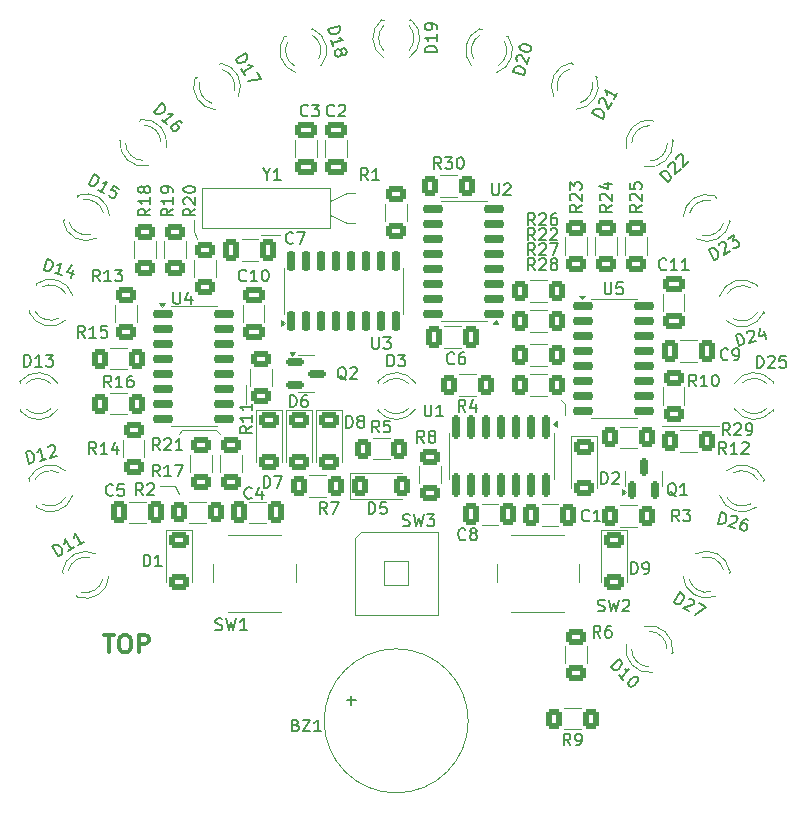
<source format=gto>
G04 #@! TF.GenerationSoftware,KiCad,Pcbnew,8.0.6*
G04 #@! TF.CreationDate,2024-12-27T14:26:58+01:00*
G04 #@! TF.ProjectId,Minutka,4d696e75-746b-4612-9e6b-696361645f70,rev?*
G04 #@! TF.SameCoordinates,Original*
G04 #@! TF.FileFunction,Legend,Top*
G04 #@! TF.FilePolarity,Positive*
%FSLAX46Y46*%
G04 Gerber Fmt 4.6, Leading zero omitted, Abs format (unit mm)*
G04 Created by KiCad (PCBNEW 8.0.6) date 2024-12-27 14:26:58*
%MOMM*%
%LPD*%
G01*
G04 APERTURE LIST*
G04 Aperture macros list*
%AMRoundRect*
0 Rectangle with rounded corners*
0 $1 Rounding radius*
0 $2 $3 $4 $5 $6 $7 $8 $9 X,Y pos of 4 corners*
0 Add a 4 corners polygon primitive as box body*
4,1,4,$2,$3,$4,$5,$6,$7,$8,$9,$2,$3,0*
0 Add four circle primitives for the rounded corners*
1,1,$1+$1,$2,$3*
1,1,$1+$1,$4,$5*
1,1,$1+$1,$6,$7*
1,1,$1+$1,$8,$9*
0 Add four rect primitives between the rounded corners*
20,1,$1+$1,$2,$3,$4,$5,0*
20,1,$1+$1,$4,$5,$6,$7,0*
20,1,$1+$1,$6,$7,$8,$9,0*
20,1,$1+$1,$8,$9,$2,$3,0*%
%AMRotRect*
0 Rectangle, with rotation*
0 The origin of the aperture is its center*
0 $1 length*
0 $2 width*
0 $3 Rotation angle, in degrees counterclockwise*
0 Add horizontal line*
21,1,$1,$2,0,0,$3*%
G04 Aperture macros list end*
%ADD10C,0.100000*%
%ADD11C,0.300000*%
%ADD12C,0.150000*%
%ADD13C,0.120000*%
%ADD14C,3.050000*%
%ADD15RoundRect,0.250000X0.650000X-0.412500X0.650000X0.412500X-0.650000X0.412500X-0.650000X-0.412500X0*%
%ADD16RoundRect,0.250000X-0.625000X0.400000X-0.625000X-0.400000X0.625000X-0.400000X0.625000X0.400000X0*%
%ADD17RoundRect,0.250000X0.412500X0.650000X-0.412500X0.650000X-0.412500X-0.650000X0.412500X-0.650000X0*%
%ADD18RoundRect,0.250000X-0.600000X0.400000X-0.600000X-0.400000X0.600000X-0.400000X0.600000X0.400000X0*%
%ADD19RotRect,1.800000X1.800000X150.000000*%
%ADD20C,1.800000*%
%ADD21RotRect,1.800000X1.800000X315.000000*%
%ADD22RoundRect,0.250000X0.400000X0.625000X-0.400000X0.625000X-0.400000X-0.625000X0.400000X-0.625000X0*%
%ADD23RotRect,1.800000X1.800000X240.000000*%
%ADD24RoundRect,0.250000X0.625000X-0.400000X0.625000X0.400000X-0.625000X0.400000X-0.625000X-0.400000X0*%
%ADD25RoundRect,0.150000X0.150000X-0.587500X0.150000X0.587500X-0.150000X0.587500X-0.150000X-0.587500X0*%
%ADD26RoundRect,0.250000X-0.400000X-0.625000X0.400000X-0.625000X0.400000X0.625000X-0.400000X0.625000X0*%
%ADD27R,1.800000X1.800000*%
%ADD28R,1.600000X1.600000*%
%ADD29C,1.600000*%
%ADD30RoundRect,0.150000X-0.725000X-0.150000X0.725000X-0.150000X0.725000X0.150000X-0.725000X0.150000X0*%
%ADD31RotRect,1.800000X1.800000X15.000000*%
%ADD32RoundRect,0.250000X-0.412500X-0.650000X0.412500X-0.650000X0.412500X0.650000X-0.412500X0.650000X0*%
%ADD33RotRect,1.800000X1.800000X210.000000*%
%ADD34RoundRect,0.250000X-0.400000X-0.600000X0.400000X-0.600000X0.400000X0.600000X-0.400000X0.600000X0*%
%ADD35RoundRect,0.250000X-0.650000X0.412500X-0.650000X-0.412500X0.650000X-0.412500X0.650000X0.412500X0*%
%ADD36RotRect,1.800000X1.800000X285.000000*%
%ADD37RotRect,1.800000X1.800000X165.000000*%
%ADD38RotRect,1.800000X1.800000X225.000000*%
%ADD39C,1.000000*%
%ADD40RotRect,1.800000X1.800000X30.000000*%
%ADD41RotRect,1.800000X1.800000X195.000000*%
%ADD42RoundRect,0.150000X-0.587500X-0.150000X0.587500X-0.150000X0.587500X0.150000X-0.587500X0.150000X0*%
%ADD43RoundRect,0.150000X-0.150000X0.825000X-0.150000X-0.825000X0.150000X-0.825000X0.150000X0.825000X0*%
%ADD44RotRect,1.800000X1.800000X300.000000*%
%ADD45RoundRect,0.150000X0.725000X0.150000X-0.725000X0.150000X-0.725000X-0.150000X0.725000X-0.150000X0*%
%ADD46RotRect,1.800000X1.800000X345.000000*%
%ADD47C,2.000000*%
%ADD48RotRect,1.800000X1.800000X255.000000*%
%ADD49RotRect,1.800000X1.800000X330.000000*%
%ADD50RoundRect,0.150000X0.150000X-0.725000X0.150000X0.725000X-0.150000X0.725000X-0.150000X-0.725000X0*%
%ADD51RotRect,1.800000X1.800000X135.000000*%
G04 APERTURE END LIST*
D10*
X137300000Y-100635000D02*
X137300000Y-99047500D01*
X134760000Y-102857500D02*
X135077500Y-103175000D01*
X133172500Y-102857500D02*
X131902500Y-102857500D01*
X132855000Y-86030000D02*
X133172500Y-86665000D01*
X164287500Y-100635000D02*
X163970000Y-100317500D01*
X140157500Y-86347500D02*
X138570000Y-86347500D01*
X133172500Y-102857500D02*
X134760000Y-102857500D01*
X132855000Y-85077500D02*
X132855000Y-86030000D01*
X177305000Y-102540000D02*
X172542500Y-102540000D01*
X129997500Y-107620000D02*
X131267500Y-107620000D01*
X131267500Y-107620000D02*
X131585000Y-108255000D01*
X131902500Y-102857500D02*
X131585000Y-103175000D01*
X164287500Y-101587500D02*
X164287500Y-100635000D01*
D11*
X125257725Y-120208328D02*
X126114868Y-120208328D01*
X125686296Y-121708328D02*
X125686296Y-120208328D01*
X126900582Y-120208328D02*
X127186296Y-120208328D01*
X127186296Y-120208328D02*
X127329153Y-120279757D01*
X127329153Y-120279757D02*
X127472010Y-120422614D01*
X127472010Y-120422614D02*
X127543439Y-120708328D01*
X127543439Y-120708328D02*
X127543439Y-121208328D01*
X127543439Y-121208328D02*
X127472010Y-121494042D01*
X127472010Y-121494042D02*
X127329153Y-121636900D01*
X127329153Y-121636900D02*
X127186296Y-121708328D01*
X127186296Y-121708328D02*
X126900582Y-121708328D01*
X126900582Y-121708328D02*
X126757725Y-121636900D01*
X126757725Y-121636900D02*
X126614867Y-121494042D01*
X126614867Y-121494042D02*
X126543439Y-121208328D01*
X126543439Y-121208328D02*
X126543439Y-120708328D01*
X126543439Y-120708328D02*
X126614867Y-120422614D01*
X126614867Y-120422614D02*
X126757725Y-120279757D01*
X126757725Y-120279757D02*
X126900582Y-120208328D01*
X128186296Y-121708328D02*
X128186296Y-120208328D01*
X128186296Y-120208328D02*
X128757725Y-120208328D01*
X128757725Y-120208328D02*
X128900582Y-120279757D01*
X128900582Y-120279757D02*
X128972011Y-120351185D01*
X128972011Y-120351185D02*
X129043439Y-120494042D01*
X129043439Y-120494042D02*
X129043439Y-120708328D01*
X129043439Y-120708328D02*
X128972011Y-120851185D01*
X128972011Y-120851185D02*
X128900582Y-120922614D01*
X128900582Y-120922614D02*
X128757725Y-120994042D01*
X128757725Y-120994042D02*
X128186296Y-120994042D01*
D12*
X137292142Y-90199580D02*
X137244523Y-90247200D01*
X137244523Y-90247200D02*
X137101666Y-90294819D01*
X137101666Y-90294819D02*
X137006428Y-90294819D01*
X137006428Y-90294819D02*
X136863571Y-90247200D01*
X136863571Y-90247200D02*
X136768333Y-90151961D01*
X136768333Y-90151961D02*
X136720714Y-90056723D01*
X136720714Y-90056723D02*
X136673095Y-89866247D01*
X136673095Y-89866247D02*
X136673095Y-89723390D01*
X136673095Y-89723390D02*
X136720714Y-89532914D01*
X136720714Y-89532914D02*
X136768333Y-89437676D01*
X136768333Y-89437676D02*
X136863571Y-89342438D01*
X136863571Y-89342438D02*
X137006428Y-89294819D01*
X137006428Y-89294819D02*
X137101666Y-89294819D01*
X137101666Y-89294819D02*
X137244523Y-89342438D01*
X137244523Y-89342438D02*
X137292142Y-89390057D01*
X138244523Y-90294819D02*
X137673095Y-90294819D01*
X137958809Y-90294819D02*
X137958809Y-89294819D01*
X137958809Y-89294819D02*
X137863571Y-89437676D01*
X137863571Y-89437676D02*
X137768333Y-89532914D01*
X137768333Y-89532914D02*
X137673095Y-89580533D01*
X138863571Y-89294819D02*
X138958809Y-89294819D01*
X138958809Y-89294819D02*
X139054047Y-89342438D01*
X139054047Y-89342438D02*
X139101666Y-89390057D01*
X139101666Y-89390057D02*
X139149285Y-89485295D01*
X139149285Y-89485295D02*
X139196904Y-89675771D01*
X139196904Y-89675771D02*
X139196904Y-89913866D01*
X139196904Y-89913866D02*
X139149285Y-90104342D01*
X139149285Y-90104342D02*
X139101666Y-90199580D01*
X139101666Y-90199580D02*
X139054047Y-90247200D01*
X139054047Y-90247200D02*
X138958809Y-90294819D01*
X138958809Y-90294819D02*
X138863571Y-90294819D01*
X138863571Y-90294819D02*
X138768333Y-90247200D01*
X138768333Y-90247200D02*
X138720714Y-90199580D01*
X138720714Y-90199580D02*
X138673095Y-90104342D01*
X138673095Y-90104342D02*
X138625476Y-89913866D01*
X138625476Y-89913866D02*
X138625476Y-89675771D01*
X138625476Y-89675771D02*
X138673095Y-89485295D01*
X138673095Y-89485295D02*
X138720714Y-89390057D01*
X138720714Y-89390057D02*
X138768333Y-89342438D01*
X138768333Y-89342438D02*
X138863571Y-89294819D01*
X131087319Y-84132857D02*
X130611128Y-84466190D01*
X131087319Y-84704285D02*
X130087319Y-84704285D01*
X130087319Y-84704285D02*
X130087319Y-84323333D01*
X130087319Y-84323333D02*
X130134938Y-84228095D01*
X130134938Y-84228095D02*
X130182557Y-84180476D01*
X130182557Y-84180476D02*
X130277795Y-84132857D01*
X130277795Y-84132857D02*
X130420652Y-84132857D01*
X130420652Y-84132857D02*
X130515890Y-84180476D01*
X130515890Y-84180476D02*
X130563509Y-84228095D01*
X130563509Y-84228095D02*
X130611128Y-84323333D01*
X130611128Y-84323333D02*
X130611128Y-84704285D01*
X131087319Y-83180476D02*
X131087319Y-83751904D01*
X131087319Y-83466190D02*
X130087319Y-83466190D01*
X130087319Y-83466190D02*
X130230176Y-83561428D01*
X130230176Y-83561428D02*
X130325414Y-83656666D01*
X130325414Y-83656666D02*
X130373033Y-83751904D01*
X131087319Y-82704285D02*
X131087319Y-82513809D01*
X131087319Y-82513809D02*
X131039700Y-82418571D01*
X131039700Y-82418571D02*
X130992080Y-82370952D01*
X130992080Y-82370952D02*
X130849223Y-82275714D01*
X130849223Y-82275714D02*
X130658747Y-82228095D01*
X130658747Y-82228095D02*
X130277795Y-82228095D01*
X130277795Y-82228095D02*
X130182557Y-82275714D01*
X130182557Y-82275714D02*
X130134938Y-82323333D01*
X130134938Y-82323333D02*
X130087319Y-82418571D01*
X130087319Y-82418571D02*
X130087319Y-82609047D01*
X130087319Y-82609047D02*
X130134938Y-82704285D01*
X130134938Y-82704285D02*
X130182557Y-82751904D01*
X130182557Y-82751904D02*
X130277795Y-82799523D01*
X130277795Y-82799523D02*
X130515890Y-82799523D01*
X130515890Y-82799523D02*
X130611128Y-82751904D01*
X130611128Y-82751904D02*
X130658747Y-82704285D01*
X130658747Y-82704285D02*
X130706366Y-82609047D01*
X130706366Y-82609047D02*
X130706366Y-82418571D01*
X130706366Y-82418571D02*
X130658747Y-82323333D01*
X130658747Y-82323333D02*
X130611128Y-82275714D01*
X130611128Y-82275714D02*
X130515890Y-82228095D01*
X155865833Y-112107080D02*
X155818214Y-112154700D01*
X155818214Y-112154700D02*
X155675357Y-112202319D01*
X155675357Y-112202319D02*
X155580119Y-112202319D01*
X155580119Y-112202319D02*
X155437262Y-112154700D01*
X155437262Y-112154700D02*
X155342024Y-112059461D01*
X155342024Y-112059461D02*
X155294405Y-111964223D01*
X155294405Y-111964223D02*
X155246786Y-111773747D01*
X155246786Y-111773747D02*
X155246786Y-111630890D01*
X155246786Y-111630890D02*
X155294405Y-111440414D01*
X155294405Y-111440414D02*
X155342024Y-111345176D01*
X155342024Y-111345176D02*
X155437262Y-111249938D01*
X155437262Y-111249938D02*
X155580119Y-111202319D01*
X155580119Y-111202319D02*
X155675357Y-111202319D01*
X155675357Y-111202319D02*
X155818214Y-111249938D01*
X155818214Y-111249938D02*
X155865833Y-111297557D01*
X156437262Y-111630890D02*
X156342024Y-111583271D01*
X156342024Y-111583271D02*
X156294405Y-111535652D01*
X156294405Y-111535652D02*
X156246786Y-111440414D01*
X156246786Y-111440414D02*
X156246786Y-111392795D01*
X156246786Y-111392795D02*
X156294405Y-111297557D01*
X156294405Y-111297557D02*
X156342024Y-111249938D01*
X156342024Y-111249938D02*
X156437262Y-111202319D01*
X156437262Y-111202319D02*
X156627738Y-111202319D01*
X156627738Y-111202319D02*
X156722976Y-111249938D01*
X156722976Y-111249938D02*
X156770595Y-111297557D01*
X156770595Y-111297557D02*
X156818214Y-111392795D01*
X156818214Y-111392795D02*
X156818214Y-111440414D01*
X156818214Y-111440414D02*
X156770595Y-111535652D01*
X156770595Y-111535652D02*
X156722976Y-111583271D01*
X156722976Y-111583271D02*
X156627738Y-111630890D01*
X156627738Y-111630890D02*
X156437262Y-111630890D01*
X156437262Y-111630890D02*
X156342024Y-111678509D01*
X156342024Y-111678509D02*
X156294405Y-111726128D01*
X156294405Y-111726128D02*
X156246786Y-111821366D01*
X156246786Y-111821366D02*
X156246786Y-112011842D01*
X156246786Y-112011842D02*
X156294405Y-112107080D01*
X156294405Y-112107080D02*
X156342024Y-112154700D01*
X156342024Y-112154700D02*
X156437262Y-112202319D01*
X156437262Y-112202319D02*
X156627738Y-112202319D01*
X156627738Y-112202319D02*
X156722976Y-112154700D01*
X156722976Y-112154700D02*
X156770595Y-112107080D01*
X156770595Y-112107080D02*
X156818214Y-112011842D01*
X156818214Y-112011842D02*
X156818214Y-111821366D01*
X156818214Y-111821366D02*
X156770595Y-111726128D01*
X156770595Y-111726128D02*
X156722976Y-111678509D01*
X156722976Y-111678509D02*
X156627738Y-111630890D01*
X138784405Y-107757319D02*
X138784405Y-106757319D01*
X138784405Y-106757319D02*
X139022500Y-106757319D01*
X139022500Y-106757319D02*
X139165357Y-106804938D01*
X139165357Y-106804938D02*
X139260595Y-106900176D01*
X139260595Y-106900176D02*
X139308214Y-106995414D01*
X139308214Y-106995414D02*
X139355833Y-107185890D01*
X139355833Y-107185890D02*
X139355833Y-107328747D01*
X139355833Y-107328747D02*
X139308214Y-107519223D01*
X139308214Y-107519223D02*
X139260595Y-107614461D01*
X139260595Y-107614461D02*
X139165357Y-107709700D01*
X139165357Y-107709700D02*
X139022500Y-107757319D01*
X139022500Y-107757319D02*
X138784405Y-107757319D01*
X139689167Y-106757319D02*
X140355833Y-106757319D01*
X140355833Y-106757319D02*
X139927262Y-107757319D01*
X173508313Y-117464466D02*
X174008313Y-116598441D01*
X174008313Y-116598441D02*
X174214509Y-116717489D01*
X174214509Y-116717489D02*
X174314418Y-116830157D01*
X174314418Y-116830157D02*
X174349277Y-116960254D01*
X174349277Y-116960254D02*
X174342897Y-117066542D01*
X174342897Y-117066542D02*
X174288899Y-117255309D01*
X174288899Y-117255309D02*
X174217470Y-117379027D01*
X174217470Y-117379027D02*
X174080993Y-117520175D01*
X174080993Y-117520175D02*
X173992134Y-117578844D01*
X173992134Y-117578844D02*
X173862037Y-117613703D01*
X173862037Y-117613703D02*
X173714509Y-117583514D01*
X173714509Y-117583514D02*
X173508313Y-117464466D01*
X174785480Y-117157110D02*
X174850529Y-117139680D01*
X174850529Y-117139680D02*
X174956817Y-117146060D01*
X174956817Y-117146060D02*
X175163013Y-117265108D01*
X175163013Y-117265108D02*
X175221682Y-117353966D01*
X175221682Y-117353966D02*
X175239112Y-117419015D01*
X175239112Y-117419015D02*
X175232732Y-117525303D01*
X175232732Y-117525303D02*
X175185113Y-117607782D01*
X175185113Y-117607782D02*
X175072445Y-117707690D01*
X175072445Y-117707690D02*
X174291859Y-117916847D01*
X174291859Y-117916847D02*
X174827970Y-118226371D01*
X175616646Y-117527013D02*
X176193996Y-117860346D01*
X176193996Y-117860346D02*
X175322842Y-118512086D01*
X129501372Y-75921944D02*
X130208479Y-75214838D01*
X130208479Y-75214838D02*
X130376838Y-75383196D01*
X130376838Y-75383196D02*
X130444181Y-75517883D01*
X130444181Y-75517883D02*
X130444181Y-75652570D01*
X130444181Y-75652570D02*
X130410509Y-75753586D01*
X130410509Y-75753586D02*
X130309494Y-75921944D01*
X130309494Y-75921944D02*
X130208479Y-76022960D01*
X130208479Y-76022960D02*
X130040120Y-76123975D01*
X130040120Y-76123975D02*
X129939105Y-76157647D01*
X129939105Y-76157647D02*
X129804418Y-76157647D01*
X129804418Y-76157647D02*
X129669731Y-76090303D01*
X129669731Y-76090303D02*
X129501372Y-75921944D01*
X130578868Y-76999440D02*
X130174807Y-76595379D01*
X130376838Y-76797410D02*
X131083944Y-76090303D01*
X131083944Y-76090303D02*
X130915586Y-76123975D01*
X130915586Y-76123975D02*
X130780899Y-76123975D01*
X130780899Y-76123975D02*
X130679883Y-76090303D01*
X131892067Y-76898425D02*
X131757380Y-76763738D01*
X131757380Y-76763738D02*
X131656364Y-76730067D01*
X131656364Y-76730067D02*
X131589021Y-76730067D01*
X131589021Y-76730067D02*
X131420662Y-76763738D01*
X131420662Y-76763738D02*
X131252303Y-76864754D01*
X131252303Y-76864754D02*
X130982929Y-77134128D01*
X130982929Y-77134128D02*
X130949258Y-77235143D01*
X130949258Y-77235143D02*
X130949258Y-77302486D01*
X130949258Y-77302486D02*
X130982929Y-77403502D01*
X130982929Y-77403502D02*
X131117616Y-77538189D01*
X131117616Y-77538189D02*
X131218632Y-77571860D01*
X131218632Y-77571860D02*
X131285975Y-77571860D01*
X131285975Y-77571860D02*
X131386990Y-77538189D01*
X131386990Y-77538189D02*
X131555349Y-77369830D01*
X131555349Y-77369830D02*
X131589021Y-77268815D01*
X131589021Y-77268815D02*
X131589021Y-77201471D01*
X131589021Y-77201471D02*
X131555349Y-77100456D01*
X131555349Y-77100456D02*
X131420662Y-76965769D01*
X131420662Y-76965769D02*
X131319647Y-76932097D01*
X131319647Y-76932097D02*
X131252303Y-76932097D01*
X131252303Y-76932097D02*
X131151288Y-76965769D01*
X178249642Y-103312319D02*
X177916309Y-102836128D01*
X177678214Y-103312319D02*
X177678214Y-102312319D01*
X177678214Y-102312319D02*
X178059166Y-102312319D01*
X178059166Y-102312319D02*
X178154404Y-102359938D01*
X178154404Y-102359938D02*
X178202023Y-102407557D01*
X178202023Y-102407557D02*
X178249642Y-102502795D01*
X178249642Y-102502795D02*
X178249642Y-102645652D01*
X178249642Y-102645652D02*
X178202023Y-102740890D01*
X178202023Y-102740890D02*
X178154404Y-102788509D01*
X178154404Y-102788509D02*
X178059166Y-102836128D01*
X178059166Y-102836128D02*
X177678214Y-102836128D01*
X178630595Y-102407557D02*
X178678214Y-102359938D01*
X178678214Y-102359938D02*
X178773452Y-102312319D01*
X178773452Y-102312319D02*
X179011547Y-102312319D01*
X179011547Y-102312319D02*
X179106785Y-102359938D01*
X179106785Y-102359938D02*
X179154404Y-102407557D01*
X179154404Y-102407557D02*
X179202023Y-102502795D01*
X179202023Y-102502795D02*
X179202023Y-102598033D01*
X179202023Y-102598033D02*
X179154404Y-102740890D01*
X179154404Y-102740890D02*
X178582976Y-103312319D01*
X178582976Y-103312319D02*
X179202023Y-103312319D01*
X179678214Y-103312319D02*
X179868690Y-103312319D01*
X179868690Y-103312319D02*
X179963928Y-103264700D01*
X179963928Y-103264700D02*
X180011547Y-103217080D01*
X180011547Y-103217080D02*
X180106785Y-103074223D01*
X180106785Y-103074223D02*
X180154404Y-102883747D01*
X180154404Y-102883747D02*
X180154404Y-102502795D01*
X180154404Y-102502795D02*
X180106785Y-102407557D01*
X180106785Y-102407557D02*
X180059166Y-102359938D01*
X180059166Y-102359938D02*
X179963928Y-102312319D01*
X179963928Y-102312319D02*
X179773452Y-102312319D01*
X179773452Y-102312319D02*
X179678214Y-102359938D01*
X179678214Y-102359938D02*
X179630595Y-102407557D01*
X179630595Y-102407557D02*
X179582976Y-102502795D01*
X179582976Y-102502795D02*
X179582976Y-102740890D01*
X179582976Y-102740890D02*
X179630595Y-102836128D01*
X179630595Y-102836128D02*
X179678214Y-102883747D01*
X179678214Y-102883747D02*
X179773452Y-102931366D01*
X179773452Y-102931366D02*
X179963928Y-102931366D01*
X179963928Y-102931366D02*
X180059166Y-102883747D01*
X180059166Y-102883747D02*
X180106785Y-102836128D01*
X180106785Y-102836128D02*
X180154404Y-102740890D01*
X167475623Y-76499687D02*
X166609598Y-75999687D01*
X166609598Y-75999687D02*
X166728646Y-75793491D01*
X166728646Y-75793491D02*
X166841314Y-75693582D01*
X166841314Y-75693582D02*
X166971411Y-75658723D01*
X166971411Y-75658723D02*
X167077699Y-75665103D01*
X167077699Y-75665103D02*
X167266466Y-75719101D01*
X167266466Y-75719101D02*
X167390184Y-75790530D01*
X167390184Y-75790530D02*
X167531332Y-75927007D01*
X167531332Y-75927007D02*
X167590001Y-76015866D01*
X167590001Y-76015866D02*
X167624860Y-76145963D01*
X167624860Y-76145963D02*
X167594671Y-76293491D01*
X167594671Y-76293491D02*
X167475623Y-76499687D01*
X167168267Y-75222520D02*
X167150837Y-75157471D01*
X167150837Y-75157471D02*
X167157217Y-75051183D01*
X167157217Y-75051183D02*
X167276265Y-74844987D01*
X167276265Y-74844987D02*
X167365123Y-74786318D01*
X167365123Y-74786318D02*
X167430172Y-74768888D01*
X167430172Y-74768888D02*
X167536460Y-74775268D01*
X167536460Y-74775268D02*
X167618939Y-74822887D01*
X167618939Y-74822887D02*
X167718847Y-74935555D01*
X167718847Y-74935555D02*
X167928004Y-75716141D01*
X167928004Y-75716141D02*
X168237528Y-75180030D01*
X168713719Y-74355243D02*
X168428004Y-74850115D01*
X168570862Y-74602679D02*
X167704836Y-74102679D01*
X167704836Y-74102679D02*
X167780935Y-74256586D01*
X167780935Y-74256586D02*
X167815795Y-74386684D01*
X167815795Y-74386684D02*
X167809415Y-74492972D01*
X124909642Y-90294819D02*
X124576309Y-89818628D01*
X124338214Y-90294819D02*
X124338214Y-89294819D01*
X124338214Y-89294819D02*
X124719166Y-89294819D01*
X124719166Y-89294819D02*
X124814404Y-89342438D01*
X124814404Y-89342438D02*
X124862023Y-89390057D01*
X124862023Y-89390057D02*
X124909642Y-89485295D01*
X124909642Y-89485295D02*
X124909642Y-89628152D01*
X124909642Y-89628152D02*
X124862023Y-89723390D01*
X124862023Y-89723390D02*
X124814404Y-89771009D01*
X124814404Y-89771009D02*
X124719166Y-89818628D01*
X124719166Y-89818628D02*
X124338214Y-89818628D01*
X125862023Y-90294819D02*
X125290595Y-90294819D01*
X125576309Y-90294819D02*
X125576309Y-89294819D01*
X125576309Y-89294819D02*
X125481071Y-89437676D01*
X125481071Y-89437676D02*
X125385833Y-89532914D01*
X125385833Y-89532914D02*
X125290595Y-89580533D01*
X126195357Y-89294819D02*
X126814404Y-89294819D01*
X126814404Y-89294819D02*
X126481071Y-89675771D01*
X126481071Y-89675771D02*
X126623928Y-89675771D01*
X126623928Y-89675771D02*
X126719166Y-89723390D01*
X126719166Y-89723390D02*
X126766785Y-89771009D01*
X126766785Y-89771009D02*
X126814404Y-89866247D01*
X126814404Y-89866247D02*
X126814404Y-90104342D01*
X126814404Y-90104342D02*
X126766785Y-90199580D01*
X126766785Y-90199580D02*
X126719166Y-90247200D01*
X126719166Y-90247200D02*
X126623928Y-90294819D01*
X126623928Y-90294819D02*
X126338214Y-90294819D01*
X126338214Y-90294819D02*
X126242976Y-90247200D01*
X126242976Y-90247200D02*
X126195357Y-90199580D01*
X169899405Y-115059819D02*
X169899405Y-114059819D01*
X169899405Y-114059819D02*
X170137500Y-114059819D01*
X170137500Y-114059819D02*
X170280357Y-114107438D01*
X170280357Y-114107438D02*
X170375595Y-114202676D01*
X170375595Y-114202676D02*
X170423214Y-114297914D01*
X170423214Y-114297914D02*
X170470833Y-114488390D01*
X170470833Y-114488390D02*
X170470833Y-114631247D01*
X170470833Y-114631247D02*
X170423214Y-114821723D01*
X170423214Y-114821723D02*
X170375595Y-114916961D01*
X170375595Y-114916961D02*
X170280357Y-115012200D01*
X170280357Y-115012200D02*
X170137500Y-115059819D01*
X170137500Y-115059819D02*
X169899405Y-115059819D01*
X170947024Y-115059819D02*
X171137500Y-115059819D01*
X171137500Y-115059819D02*
X171232738Y-115012200D01*
X171232738Y-115012200D02*
X171280357Y-114964580D01*
X171280357Y-114964580D02*
X171375595Y-114821723D01*
X171375595Y-114821723D02*
X171423214Y-114631247D01*
X171423214Y-114631247D02*
X171423214Y-114250295D01*
X171423214Y-114250295D02*
X171375595Y-114155057D01*
X171375595Y-114155057D02*
X171327976Y-114107438D01*
X171327976Y-114107438D02*
X171232738Y-114059819D01*
X171232738Y-114059819D02*
X171042262Y-114059819D01*
X171042262Y-114059819D02*
X170947024Y-114107438D01*
X170947024Y-114107438D02*
X170899405Y-114155057D01*
X170899405Y-114155057D02*
X170851786Y-114250295D01*
X170851786Y-114250295D02*
X170851786Y-114488390D01*
X170851786Y-114488390D02*
X170899405Y-114583628D01*
X170899405Y-114583628D02*
X170947024Y-114631247D01*
X170947024Y-114631247D02*
X171042262Y-114678866D01*
X171042262Y-114678866D02*
X171232738Y-114678866D01*
X171232738Y-114678866D02*
X171327976Y-114631247D01*
X171327976Y-114631247D02*
X171375595Y-114583628D01*
X171375595Y-114583628D02*
X171423214Y-114488390D01*
X175392142Y-99184819D02*
X175058809Y-98708628D01*
X174820714Y-99184819D02*
X174820714Y-98184819D01*
X174820714Y-98184819D02*
X175201666Y-98184819D01*
X175201666Y-98184819D02*
X175296904Y-98232438D01*
X175296904Y-98232438D02*
X175344523Y-98280057D01*
X175344523Y-98280057D02*
X175392142Y-98375295D01*
X175392142Y-98375295D02*
X175392142Y-98518152D01*
X175392142Y-98518152D02*
X175344523Y-98613390D01*
X175344523Y-98613390D02*
X175296904Y-98661009D01*
X175296904Y-98661009D02*
X175201666Y-98708628D01*
X175201666Y-98708628D02*
X174820714Y-98708628D01*
X176344523Y-99184819D02*
X175773095Y-99184819D01*
X176058809Y-99184819D02*
X176058809Y-98184819D01*
X176058809Y-98184819D02*
X175963571Y-98327676D01*
X175963571Y-98327676D02*
X175868333Y-98422914D01*
X175868333Y-98422914D02*
X175773095Y-98470533D01*
X176963571Y-98184819D02*
X177058809Y-98184819D01*
X177058809Y-98184819D02*
X177154047Y-98232438D01*
X177154047Y-98232438D02*
X177201666Y-98280057D01*
X177201666Y-98280057D02*
X177249285Y-98375295D01*
X177249285Y-98375295D02*
X177296904Y-98565771D01*
X177296904Y-98565771D02*
X177296904Y-98803866D01*
X177296904Y-98803866D02*
X177249285Y-98994342D01*
X177249285Y-98994342D02*
X177201666Y-99089580D01*
X177201666Y-99089580D02*
X177154047Y-99137200D01*
X177154047Y-99137200D02*
X177058809Y-99184819D01*
X177058809Y-99184819D02*
X176963571Y-99184819D01*
X176963571Y-99184819D02*
X176868333Y-99137200D01*
X176868333Y-99137200D02*
X176820714Y-99089580D01*
X176820714Y-99089580D02*
X176773095Y-98994342D01*
X176773095Y-98994342D02*
X176725476Y-98803866D01*
X176725476Y-98803866D02*
X176725476Y-98565771D01*
X176725476Y-98565771D02*
X176773095Y-98375295D01*
X176773095Y-98375295D02*
X176820714Y-98280057D01*
X176820714Y-98280057D02*
X176868333Y-98232438D01*
X176868333Y-98232438D02*
X176963571Y-98184819D01*
X132992319Y-84132857D02*
X132516128Y-84466190D01*
X132992319Y-84704285D02*
X131992319Y-84704285D01*
X131992319Y-84704285D02*
X131992319Y-84323333D01*
X131992319Y-84323333D02*
X132039938Y-84228095D01*
X132039938Y-84228095D02*
X132087557Y-84180476D01*
X132087557Y-84180476D02*
X132182795Y-84132857D01*
X132182795Y-84132857D02*
X132325652Y-84132857D01*
X132325652Y-84132857D02*
X132420890Y-84180476D01*
X132420890Y-84180476D02*
X132468509Y-84228095D01*
X132468509Y-84228095D02*
X132516128Y-84323333D01*
X132516128Y-84323333D02*
X132516128Y-84704285D01*
X132087557Y-83751904D02*
X132039938Y-83704285D01*
X132039938Y-83704285D02*
X131992319Y-83609047D01*
X131992319Y-83609047D02*
X131992319Y-83370952D01*
X131992319Y-83370952D02*
X132039938Y-83275714D01*
X132039938Y-83275714D02*
X132087557Y-83228095D01*
X132087557Y-83228095D02*
X132182795Y-83180476D01*
X132182795Y-83180476D02*
X132278033Y-83180476D01*
X132278033Y-83180476D02*
X132420890Y-83228095D01*
X132420890Y-83228095D02*
X132992319Y-83799523D01*
X132992319Y-83799523D02*
X132992319Y-83180476D01*
X131992319Y-82561428D02*
X131992319Y-82466190D01*
X131992319Y-82466190D02*
X132039938Y-82370952D01*
X132039938Y-82370952D02*
X132087557Y-82323333D01*
X132087557Y-82323333D02*
X132182795Y-82275714D01*
X132182795Y-82275714D02*
X132373271Y-82228095D01*
X132373271Y-82228095D02*
X132611366Y-82228095D01*
X132611366Y-82228095D02*
X132801842Y-82275714D01*
X132801842Y-82275714D02*
X132897080Y-82323333D01*
X132897080Y-82323333D02*
X132944700Y-82370952D01*
X132944700Y-82370952D02*
X132992319Y-82466190D01*
X132992319Y-82466190D02*
X132992319Y-82561428D01*
X132992319Y-82561428D02*
X132944700Y-82656666D01*
X132944700Y-82656666D02*
X132897080Y-82704285D01*
X132897080Y-82704285D02*
X132801842Y-82751904D01*
X132801842Y-82751904D02*
X132611366Y-82799523D01*
X132611366Y-82799523D02*
X132373271Y-82799523D01*
X132373271Y-82799523D02*
X132182795Y-82751904D01*
X132182795Y-82751904D02*
X132087557Y-82704285D01*
X132087557Y-82704285D02*
X132039938Y-82656666D01*
X132039938Y-82656666D02*
X131992319Y-82561428D01*
X167295833Y-120457319D02*
X166962500Y-119981128D01*
X166724405Y-120457319D02*
X166724405Y-119457319D01*
X166724405Y-119457319D02*
X167105357Y-119457319D01*
X167105357Y-119457319D02*
X167200595Y-119504938D01*
X167200595Y-119504938D02*
X167248214Y-119552557D01*
X167248214Y-119552557D02*
X167295833Y-119647795D01*
X167295833Y-119647795D02*
X167295833Y-119790652D01*
X167295833Y-119790652D02*
X167248214Y-119885890D01*
X167248214Y-119885890D02*
X167200595Y-119933509D01*
X167200595Y-119933509D02*
X167105357Y-119981128D01*
X167105357Y-119981128D02*
X166724405Y-119981128D01*
X168152976Y-119457319D02*
X167962500Y-119457319D01*
X167962500Y-119457319D02*
X167867262Y-119504938D01*
X167867262Y-119504938D02*
X167819643Y-119552557D01*
X167819643Y-119552557D02*
X167724405Y-119695414D01*
X167724405Y-119695414D02*
X167676786Y-119885890D01*
X167676786Y-119885890D02*
X167676786Y-120266842D01*
X167676786Y-120266842D02*
X167724405Y-120362080D01*
X167724405Y-120362080D02*
X167772024Y-120409700D01*
X167772024Y-120409700D02*
X167867262Y-120457319D01*
X167867262Y-120457319D02*
X168057738Y-120457319D01*
X168057738Y-120457319D02*
X168152976Y-120409700D01*
X168152976Y-120409700D02*
X168200595Y-120362080D01*
X168200595Y-120362080D02*
X168248214Y-120266842D01*
X168248214Y-120266842D02*
X168248214Y-120028747D01*
X168248214Y-120028747D02*
X168200595Y-119933509D01*
X168200595Y-119933509D02*
X168152976Y-119885890D01*
X168152976Y-119885890D02*
X168057738Y-119838271D01*
X168057738Y-119838271D02*
X167867262Y-119838271D01*
X167867262Y-119838271D02*
X167772024Y-119885890D01*
X167772024Y-119885890D02*
X167724405Y-119933509D01*
X167724405Y-119933509D02*
X167676786Y-120028747D01*
X173717261Y-108487557D02*
X173622023Y-108439938D01*
X173622023Y-108439938D02*
X173526785Y-108344700D01*
X173526785Y-108344700D02*
X173383928Y-108201842D01*
X173383928Y-108201842D02*
X173288690Y-108154223D01*
X173288690Y-108154223D02*
X173193452Y-108154223D01*
X173241071Y-108392319D02*
X173145833Y-108344700D01*
X173145833Y-108344700D02*
X173050595Y-108249461D01*
X173050595Y-108249461D02*
X173002976Y-108058985D01*
X173002976Y-108058985D02*
X173002976Y-107725652D01*
X173002976Y-107725652D02*
X173050595Y-107535176D01*
X173050595Y-107535176D02*
X173145833Y-107439938D01*
X173145833Y-107439938D02*
X173241071Y-107392319D01*
X173241071Y-107392319D02*
X173431547Y-107392319D01*
X173431547Y-107392319D02*
X173526785Y-107439938D01*
X173526785Y-107439938D02*
X173622023Y-107535176D01*
X173622023Y-107535176D02*
X173669642Y-107725652D01*
X173669642Y-107725652D02*
X173669642Y-108058985D01*
X173669642Y-108058985D02*
X173622023Y-108249461D01*
X173622023Y-108249461D02*
X173526785Y-108344700D01*
X173526785Y-108344700D02*
X173431547Y-108392319D01*
X173431547Y-108392319D02*
X173241071Y-108392319D01*
X174622023Y-108392319D02*
X174050595Y-108392319D01*
X174336309Y-108392319D02*
X174336309Y-107392319D01*
X174336309Y-107392319D02*
X174241071Y-107535176D01*
X174241071Y-107535176D02*
X174145833Y-107630414D01*
X174145833Y-107630414D02*
X174050595Y-107678033D01*
X161739642Y-86802319D02*
X161406309Y-86326128D01*
X161168214Y-86802319D02*
X161168214Y-85802319D01*
X161168214Y-85802319D02*
X161549166Y-85802319D01*
X161549166Y-85802319D02*
X161644404Y-85849938D01*
X161644404Y-85849938D02*
X161692023Y-85897557D01*
X161692023Y-85897557D02*
X161739642Y-85992795D01*
X161739642Y-85992795D02*
X161739642Y-86135652D01*
X161739642Y-86135652D02*
X161692023Y-86230890D01*
X161692023Y-86230890D02*
X161644404Y-86278509D01*
X161644404Y-86278509D02*
X161549166Y-86326128D01*
X161549166Y-86326128D02*
X161168214Y-86326128D01*
X162120595Y-85897557D02*
X162168214Y-85849938D01*
X162168214Y-85849938D02*
X162263452Y-85802319D01*
X162263452Y-85802319D02*
X162501547Y-85802319D01*
X162501547Y-85802319D02*
X162596785Y-85849938D01*
X162596785Y-85849938D02*
X162644404Y-85897557D01*
X162644404Y-85897557D02*
X162692023Y-85992795D01*
X162692023Y-85992795D02*
X162692023Y-86088033D01*
X162692023Y-86088033D02*
X162644404Y-86230890D01*
X162644404Y-86230890D02*
X162072976Y-86802319D01*
X162072976Y-86802319D02*
X162692023Y-86802319D01*
X163072976Y-85897557D02*
X163120595Y-85849938D01*
X163120595Y-85849938D02*
X163215833Y-85802319D01*
X163215833Y-85802319D02*
X163453928Y-85802319D01*
X163453928Y-85802319D02*
X163549166Y-85849938D01*
X163549166Y-85849938D02*
X163596785Y-85897557D01*
X163596785Y-85897557D02*
X163644404Y-85992795D01*
X163644404Y-85992795D02*
X163644404Y-86088033D01*
X163644404Y-86088033D02*
X163596785Y-86230890D01*
X163596785Y-86230890D02*
X163025357Y-86802319D01*
X163025357Y-86802319D02*
X163644404Y-86802319D01*
X180535714Y-97597319D02*
X180535714Y-96597319D01*
X180535714Y-96597319D02*
X180773809Y-96597319D01*
X180773809Y-96597319D02*
X180916666Y-96644938D01*
X180916666Y-96644938D02*
X181011904Y-96740176D01*
X181011904Y-96740176D02*
X181059523Y-96835414D01*
X181059523Y-96835414D02*
X181107142Y-97025890D01*
X181107142Y-97025890D02*
X181107142Y-97168747D01*
X181107142Y-97168747D02*
X181059523Y-97359223D01*
X181059523Y-97359223D02*
X181011904Y-97454461D01*
X181011904Y-97454461D02*
X180916666Y-97549700D01*
X180916666Y-97549700D02*
X180773809Y-97597319D01*
X180773809Y-97597319D02*
X180535714Y-97597319D01*
X181488095Y-96692557D02*
X181535714Y-96644938D01*
X181535714Y-96644938D02*
X181630952Y-96597319D01*
X181630952Y-96597319D02*
X181869047Y-96597319D01*
X181869047Y-96597319D02*
X181964285Y-96644938D01*
X181964285Y-96644938D02*
X182011904Y-96692557D01*
X182011904Y-96692557D02*
X182059523Y-96787795D01*
X182059523Y-96787795D02*
X182059523Y-96883033D01*
X182059523Y-96883033D02*
X182011904Y-97025890D01*
X182011904Y-97025890D02*
X181440476Y-97597319D01*
X181440476Y-97597319D02*
X182059523Y-97597319D01*
X182964285Y-96597319D02*
X182488095Y-96597319D01*
X182488095Y-96597319D02*
X182440476Y-97073509D01*
X182440476Y-97073509D02*
X182488095Y-97025890D01*
X182488095Y-97025890D02*
X182583333Y-96978271D01*
X182583333Y-96978271D02*
X182821428Y-96978271D01*
X182821428Y-96978271D02*
X182916666Y-97025890D01*
X182916666Y-97025890D02*
X182964285Y-97073509D01*
X182964285Y-97073509D02*
X183011904Y-97168747D01*
X183011904Y-97168747D02*
X183011904Y-97406842D01*
X183011904Y-97406842D02*
X182964285Y-97502080D01*
X182964285Y-97502080D02*
X182916666Y-97549700D01*
X182916666Y-97549700D02*
X182821428Y-97597319D01*
X182821428Y-97597319D02*
X182583333Y-97597319D01*
X182583333Y-97597319D02*
X182488095Y-97549700D01*
X182488095Y-97549700D02*
X182440476Y-97502080D01*
X165694819Y-83815357D02*
X165218628Y-84148690D01*
X165694819Y-84386785D02*
X164694819Y-84386785D01*
X164694819Y-84386785D02*
X164694819Y-84005833D01*
X164694819Y-84005833D02*
X164742438Y-83910595D01*
X164742438Y-83910595D02*
X164790057Y-83862976D01*
X164790057Y-83862976D02*
X164885295Y-83815357D01*
X164885295Y-83815357D02*
X165028152Y-83815357D01*
X165028152Y-83815357D02*
X165123390Y-83862976D01*
X165123390Y-83862976D02*
X165171009Y-83910595D01*
X165171009Y-83910595D02*
X165218628Y-84005833D01*
X165218628Y-84005833D02*
X165218628Y-84386785D01*
X164790057Y-83434404D02*
X164742438Y-83386785D01*
X164742438Y-83386785D02*
X164694819Y-83291547D01*
X164694819Y-83291547D02*
X164694819Y-83053452D01*
X164694819Y-83053452D02*
X164742438Y-82958214D01*
X164742438Y-82958214D02*
X164790057Y-82910595D01*
X164790057Y-82910595D02*
X164885295Y-82862976D01*
X164885295Y-82862976D02*
X164980533Y-82862976D01*
X164980533Y-82862976D02*
X165123390Y-82910595D01*
X165123390Y-82910595D02*
X165694819Y-83482023D01*
X165694819Y-83482023D02*
X165694819Y-82862976D01*
X164694819Y-82529642D02*
X164694819Y-81910595D01*
X164694819Y-81910595D02*
X165075771Y-82243928D01*
X165075771Y-82243928D02*
X165075771Y-82101071D01*
X165075771Y-82101071D02*
X165123390Y-82005833D01*
X165123390Y-82005833D02*
X165171009Y-81958214D01*
X165171009Y-81958214D02*
X165266247Y-81910595D01*
X165266247Y-81910595D02*
X165504342Y-81910595D01*
X165504342Y-81910595D02*
X165599580Y-81958214D01*
X165599580Y-81958214D02*
X165647200Y-82005833D01*
X165647200Y-82005833D02*
X165694819Y-82101071D01*
X165694819Y-82101071D02*
X165694819Y-82386785D01*
X165694819Y-82386785D02*
X165647200Y-82482023D01*
X165647200Y-82482023D02*
X165599580Y-82529642D01*
X141499047Y-127871009D02*
X141641904Y-127918628D01*
X141641904Y-127918628D02*
X141689523Y-127966247D01*
X141689523Y-127966247D02*
X141737142Y-128061485D01*
X141737142Y-128061485D02*
X141737142Y-128204342D01*
X141737142Y-128204342D02*
X141689523Y-128299580D01*
X141689523Y-128299580D02*
X141641904Y-128347200D01*
X141641904Y-128347200D02*
X141546666Y-128394819D01*
X141546666Y-128394819D02*
X141165714Y-128394819D01*
X141165714Y-128394819D02*
X141165714Y-127394819D01*
X141165714Y-127394819D02*
X141499047Y-127394819D01*
X141499047Y-127394819D02*
X141594285Y-127442438D01*
X141594285Y-127442438D02*
X141641904Y-127490057D01*
X141641904Y-127490057D02*
X141689523Y-127585295D01*
X141689523Y-127585295D02*
X141689523Y-127680533D01*
X141689523Y-127680533D02*
X141641904Y-127775771D01*
X141641904Y-127775771D02*
X141594285Y-127823390D01*
X141594285Y-127823390D02*
X141499047Y-127871009D01*
X141499047Y-127871009D02*
X141165714Y-127871009D01*
X142070476Y-127394819D02*
X142737142Y-127394819D01*
X142737142Y-127394819D02*
X142070476Y-128394819D01*
X142070476Y-128394819D02*
X142737142Y-128394819D01*
X143641904Y-128394819D02*
X143070476Y-128394819D01*
X143356190Y-128394819D02*
X143356190Y-127394819D01*
X143356190Y-127394819D02*
X143260952Y-127537676D01*
X143260952Y-127537676D02*
X143165714Y-127632914D01*
X143165714Y-127632914D02*
X143070476Y-127680533D01*
X145819048Y-125773866D02*
X146580953Y-125773866D01*
X146200000Y-126154819D02*
X146200000Y-125392914D01*
X131140595Y-91199819D02*
X131140595Y-92009342D01*
X131140595Y-92009342D02*
X131188214Y-92104580D01*
X131188214Y-92104580D02*
X131235833Y-92152200D01*
X131235833Y-92152200D02*
X131331071Y-92199819D01*
X131331071Y-92199819D02*
X131521547Y-92199819D01*
X131521547Y-92199819D02*
X131616785Y-92152200D01*
X131616785Y-92152200D02*
X131664404Y-92104580D01*
X131664404Y-92104580D02*
X131712023Y-92009342D01*
X131712023Y-92009342D02*
X131712023Y-91199819D01*
X132616785Y-91533152D02*
X132616785Y-92199819D01*
X132378690Y-91152200D02*
X132140595Y-91866485D01*
X132140595Y-91866485D02*
X132759642Y-91866485D01*
X129989642Y-106804819D02*
X129656309Y-106328628D01*
X129418214Y-106804819D02*
X129418214Y-105804819D01*
X129418214Y-105804819D02*
X129799166Y-105804819D01*
X129799166Y-105804819D02*
X129894404Y-105852438D01*
X129894404Y-105852438D02*
X129942023Y-105900057D01*
X129942023Y-105900057D02*
X129989642Y-105995295D01*
X129989642Y-105995295D02*
X129989642Y-106138152D01*
X129989642Y-106138152D02*
X129942023Y-106233390D01*
X129942023Y-106233390D02*
X129894404Y-106281009D01*
X129894404Y-106281009D02*
X129799166Y-106328628D01*
X129799166Y-106328628D02*
X129418214Y-106328628D01*
X130942023Y-106804819D02*
X130370595Y-106804819D01*
X130656309Y-106804819D02*
X130656309Y-105804819D01*
X130656309Y-105804819D02*
X130561071Y-105947676D01*
X130561071Y-105947676D02*
X130465833Y-106042914D01*
X130465833Y-106042914D02*
X130370595Y-106090533D01*
X131275357Y-105804819D02*
X131942023Y-105804819D01*
X131942023Y-105804819D02*
X131513452Y-106804819D01*
X118890936Y-105711940D02*
X118632117Y-104746014D01*
X118632117Y-104746014D02*
X118862100Y-104684391D01*
X118862100Y-104684391D02*
X119012414Y-104693413D01*
X119012414Y-104693413D02*
X119129056Y-104760757D01*
X119129056Y-104760757D02*
X119199702Y-104840425D01*
X119199702Y-104840425D02*
X119294997Y-105012086D01*
X119294997Y-105012086D02*
X119331972Y-105150075D01*
X119331972Y-105150075D02*
X119335274Y-105346386D01*
X119335274Y-105346386D02*
X119313927Y-105450704D01*
X119313927Y-105450704D02*
X119246583Y-105567346D01*
X119246583Y-105567346D02*
X119120919Y-105650317D01*
X119120919Y-105650317D02*
X118890936Y-105711940D01*
X120362823Y-105317549D02*
X119810866Y-105465446D01*
X120086845Y-105391498D02*
X119828025Y-104425572D01*
X119828025Y-104425572D02*
X119773007Y-104588211D01*
X119773007Y-104588211D02*
X119705663Y-104704853D01*
X119705663Y-104704853D02*
X119625995Y-104775499D01*
X120496626Y-104345019D02*
X120530297Y-104286698D01*
X120530297Y-104286698D02*
X120609965Y-104216052D01*
X120609965Y-104216052D02*
X120839948Y-104154428D01*
X120839948Y-104154428D02*
X120944265Y-104175775D01*
X120944265Y-104175775D02*
X121002587Y-104209447D01*
X121002587Y-104209447D02*
X121073233Y-104289115D01*
X121073233Y-104289115D02*
X121097882Y-104381108D01*
X121097882Y-104381108D02*
X121088860Y-104531422D01*
X121088860Y-104531422D02*
X120684799Y-105231276D01*
X120684799Y-105231276D02*
X121282753Y-105071055D01*
X178090833Y-96867080D02*
X178043214Y-96914700D01*
X178043214Y-96914700D02*
X177900357Y-96962319D01*
X177900357Y-96962319D02*
X177805119Y-96962319D01*
X177805119Y-96962319D02*
X177662262Y-96914700D01*
X177662262Y-96914700D02*
X177567024Y-96819461D01*
X177567024Y-96819461D02*
X177519405Y-96724223D01*
X177519405Y-96724223D02*
X177471786Y-96533747D01*
X177471786Y-96533747D02*
X177471786Y-96390890D01*
X177471786Y-96390890D02*
X177519405Y-96200414D01*
X177519405Y-96200414D02*
X177567024Y-96105176D01*
X177567024Y-96105176D02*
X177662262Y-96009938D01*
X177662262Y-96009938D02*
X177805119Y-95962319D01*
X177805119Y-95962319D02*
X177900357Y-95962319D01*
X177900357Y-95962319D02*
X178043214Y-96009938D01*
X178043214Y-96009938D02*
X178090833Y-96057557D01*
X178567024Y-96962319D02*
X178757500Y-96962319D01*
X178757500Y-96962319D02*
X178852738Y-96914700D01*
X178852738Y-96914700D02*
X178900357Y-96867080D01*
X178900357Y-96867080D02*
X178995595Y-96724223D01*
X178995595Y-96724223D02*
X179043214Y-96533747D01*
X179043214Y-96533747D02*
X179043214Y-96152795D01*
X179043214Y-96152795D02*
X178995595Y-96057557D01*
X178995595Y-96057557D02*
X178947976Y-96009938D01*
X178947976Y-96009938D02*
X178852738Y-95962319D01*
X178852738Y-95962319D02*
X178662262Y-95962319D01*
X178662262Y-95962319D02*
X178567024Y-96009938D01*
X178567024Y-96009938D02*
X178519405Y-96057557D01*
X178519405Y-96057557D02*
X178471786Y-96152795D01*
X178471786Y-96152795D02*
X178471786Y-96390890D01*
X178471786Y-96390890D02*
X178519405Y-96486128D01*
X178519405Y-96486128D02*
X178567024Y-96533747D01*
X178567024Y-96533747D02*
X178662262Y-96581366D01*
X178662262Y-96581366D02*
X178852738Y-96581366D01*
X178852738Y-96581366D02*
X178947976Y-96533747D01*
X178947976Y-96533747D02*
X178995595Y-96486128D01*
X178995595Y-96486128D02*
X179043214Y-96390890D01*
X137768333Y-108614580D02*
X137720714Y-108662200D01*
X137720714Y-108662200D02*
X137577857Y-108709819D01*
X137577857Y-108709819D02*
X137482619Y-108709819D01*
X137482619Y-108709819D02*
X137339762Y-108662200D01*
X137339762Y-108662200D02*
X137244524Y-108566961D01*
X137244524Y-108566961D02*
X137196905Y-108471723D01*
X137196905Y-108471723D02*
X137149286Y-108281247D01*
X137149286Y-108281247D02*
X137149286Y-108138390D01*
X137149286Y-108138390D02*
X137196905Y-107947914D01*
X137196905Y-107947914D02*
X137244524Y-107852676D01*
X137244524Y-107852676D02*
X137339762Y-107757438D01*
X137339762Y-107757438D02*
X137482619Y-107709819D01*
X137482619Y-107709819D02*
X137577857Y-107709819D01*
X137577857Y-107709819D02*
X137720714Y-107757438D01*
X137720714Y-107757438D02*
X137768333Y-107805057D01*
X138625476Y-108043152D02*
X138625476Y-108709819D01*
X138387381Y-107662200D02*
X138149286Y-108376485D01*
X138149286Y-108376485D02*
X138768333Y-108376485D01*
X128624405Y-114424819D02*
X128624405Y-113424819D01*
X128624405Y-113424819D02*
X128862500Y-113424819D01*
X128862500Y-113424819D02*
X129005357Y-113472438D01*
X129005357Y-113472438D02*
X129100595Y-113567676D01*
X129100595Y-113567676D02*
X129148214Y-113662914D01*
X129148214Y-113662914D02*
X129195833Y-113853390D01*
X129195833Y-113853390D02*
X129195833Y-113996247D01*
X129195833Y-113996247D02*
X129148214Y-114186723D01*
X129148214Y-114186723D02*
X129100595Y-114281961D01*
X129100595Y-114281961D02*
X129005357Y-114377200D01*
X129005357Y-114377200D02*
X128862500Y-114424819D01*
X128862500Y-114424819D02*
X128624405Y-114424819D01*
X130148214Y-114424819D02*
X129576786Y-114424819D01*
X129862500Y-114424819D02*
X129862500Y-113424819D01*
X129862500Y-113424819D02*
X129767262Y-113567676D01*
X129767262Y-113567676D02*
X129672024Y-113662914D01*
X129672024Y-113662914D02*
X129576786Y-113710533D01*
X126020833Y-108352080D02*
X125973214Y-108399700D01*
X125973214Y-108399700D02*
X125830357Y-108447319D01*
X125830357Y-108447319D02*
X125735119Y-108447319D01*
X125735119Y-108447319D02*
X125592262Y-108399700D01*
X125592262Y-108399700D02*
X125497024Y-108304461D01*
X125497024Y-108304461D02*
X125449405Y-108209223D01*
X125449405Y-108209223D02*
X125401786Y-108018747D01*
X125401786Y-108018747D02*
X125401786Y-107875890D01*
X125401786Y-107875890D02*
X125449405Y-107685414D01*
X125449405Y-107685414D02*
X125497024Y-107590176D01*
X125497024Y-107590176D02*
X125592262Y-107494938D01*
X125592262Y-107494938D02*
X125735119Y-107447319D01*
X125735119Y-107447319D02*
X125830357Y-107447319D01*
X125830357Y-107447319D02*
X125973214Y-107494938D01*
X125973214Y-107494938D02*
X126020833Y-107542557D01*
X126925595Y-107447319D02*
X126449405Y-107447319D01*
X126449405Y-107447319D02*
X126401786Y-107923509D01*
X126401786Y-107923509D02*
X126449405Y-107875890D01*
X126449405Y-107875890D02*
X126544643Y-107828271D01*
X126544643Y-107828271D02*
X126782738Y-107828271D01*
X126782738Y-107828271D02*
X126877976Y-107875890D01*
X126877976Y-107875890D02*
X126925595Y-107923509D01*
X126925595Y-107923509D02*
X126973214Y-108018747D01*
X126973214Y-108018747D02*
X126973214Y-108256842D01*
X126973214Y-108256842D02*
X126925595Y-108352080D01*
X126925595Y-108352080D02*
X126877976Y-108399700D01*
X126877976Y-108399700D02*
X126782738Y-108447319D01*
X126782738Y-108447319D02*
X126544643Y-108447319D01*
X126544643Y-108447319D02*
X126449405Y-108399700D01*
X126449405Y-108399700D02*
X126401786Y-108352080D01*
X148563333Y-103079819D02*
X148230000Y-102603628D01*
X147991905Y-103079819D02*
X147991905Y-102079819D01*
X147991905Y-102079819D02*
X148372857Y-102079819D01*
X148372857Y-102079819D02*
X148468095Y-102127438D01*
X148468095Y-102127438D02*
X148515714Y-102175057D01*
X148515714Y-102175057D02*
X148563333Y-102270295D01*
X148563333Y-102270295D02*
X148563333Y-102413152D01*
X148563333Y-102413152D02*
X148515714Y-102508390D01*
X148515714Y-102508390D02*
X148468095Y-102556009D01*
X148468095Y-102556009D02*
X148372857Y-102603628D01*
X148372857Y-102603628D02*
X147991905Y-102603628D01*
X149468095Y-102079819D02*
X148991905Y-102079819D01*
X148991905Y-102079819D02*
X148944286Y-102556009D01*
X148944286Y-102556009D02*
X148991905Y-102508390D01*
X148991905Y-102508390D02*
X149087143Y-102460771D01*
X149087143Y-102460771D02*
X149325238Y-102460771D01*
X149325238Y-102460771D02*
X149420476Y-102508390D01*
X149420476Y-102508390D02*
X149468095Y-102556009D01*
X149468095Y-102556009D02*
X149515714Y-102651247D01*
X149515714Y-102651247D02*
X149515714Y-102889342D01*
X149515714Y-102889342D02*
X149468095Y-102984580D01*
X149468095Y-102984580D02*
X149420476Y-103032200D01*
X149420476Y-103032200D02*
X149325238Y-103079819D01*
X149325238Y-103079819D02*
X149087143Y-103079819D01*
X149087143Y-103079819D02*
X148991905Y-103032200D01*
X148991905Y-103032200D02*
X148944286Y-102984580D01*
X123639642Y-95057319D02*
X123306309Y-94581128D01*
X123068214Y-95057319D02*
X123068214Y-94057319D01*
X123068214Y-94057319D02*
X123449166Y-94057319D01*
X123449166Y-94057319D02*
X123544404Y-94104938D01*
X123544404Y-94104938D02*
X123592023Y-94152557D01*
X123592023Y-94152557D02*
X123639642Y-94247795D01*
X123639642Y-94247795D02*
X123639642Y-94390652D01*
X123639642Y-94390652D02*
X123592023Y-94485890D01*
X123592023Y-94485890D02*
X123544404Y-94533509D01*
X123544404Y-94533509D02*
X123449166Y-94581128D01*
X123449166Y-94581128D02*
X123068214Y-94581128D01*
X124592023Y-95057319D02*
X124020595Y-95057319D01*
X124306309Y-95057319D02*
X124306309Y-94057319D01*
X124306309Y-94057319D02*
X124211071Y-94200176D01*
X124211071Y-94200176D02*
X124115833Y-94295414D01*
X124115833Y-94295414D02*
X124020595Y-94343033D01*
X125496785Y-94057319D02*
X125020595Y-94057319D01*
X125020595Y-94057319D02*
X124972976Y-94533509D01*
X124972976Y-94533509D02*
X125020595Y-94485890D01*
X125020595Y-94485890D02*
X125115833Y-94438271D01*
X125115833Y-94438271D02*
X125353928Y-94438271D01*
X125353928Y-94438271D02*
X125449166Y-94485890D01*
X125449166Y-94485890D02*
X125496785Y-94533509D01*
X125496785Y-94533509D02*
X125544404Y-94628747D01*
X125544404Y-94628747D02*
X125544404Y-94866842D01*
X125544404Y-94866842D02*
X125496785Y-94962080D01*
X125496785Y-94962080D02*
X125449166Y-95009700D01*
X125449166Y-95009700D02*
X125353928Y-95057319D01*
X125353928Y-95057319D02*
X125115833Y-95057319D01*
X125115833Y-95057319D02*
X125020595Y-95009700D01*
X125020595Y-95009700D02*
X124972976Y-94962080D01*
X176948244Y-88484182D02*
X176448244Y-87618157D01*
X176448244Y-87618157D02*
X176654440Y-87499109D01*
X176654440Y-87499109D02*
X176801968Y-87468920D01*
X176801968Y-87468920D02*
X176932065Y-87503780D01*
X176932065Y-87503780D02*
X177020924Y-87562449D01*
X177020924Y-87562449D02*
X177157401Y-87703596D01*
X177157401Y-87703596D02*
X177228830Y-87827314D01*
X177228830Y-87827314D02*
X177282828Y-88016081D01*
X177282828Y-88016081D02*
X177289208Y-88122369D01*
X177289208Y-88122369D02*
X177254349Y-88252467D01*
X177254349Y-88252467D02*
X177154440Y-88365135D01*
X177154440Y-88365135D02*
X176948244Y-88484182D01*
X177320649Y-87224445D02*
X177338079Y-87159396D01*
X177338079Y-87159396D02*
X177396748Y-87070538D01*
X177396748Y-87070538D02*
X177602944Y-86951490D01*
X177602944Y-86951490D02*
X177709232Y-86945110D01*
X177709232Y-86945110D02*
X177774281Y-86962540D01*
X177774281Y-86962540D02*
X177863140Y-87021209D01*
X177863140Y-87021209D02*
X177910759Y-87103688D01*
X177910759Y-87103688D02*
X177940948Y-87251215D01*
X177940948Y-87251215D02*
X177731791Y-88031801D01*
X177731791Y-88031801D02*
X178267901Y-87722277D01*
X178056577Y-86689585D02*
X178592688Y-86380062D01*
X178592688Y-86380062D02*
X178494489Y-86876643D01*
X178494489Y-86876643D02*
X178618207Y-86805214D01*
X178618207Y-86805214D02*
X178724495Y-86798834D01*
X178724495Y-86798834D02*
X178789544Y-86816264D01*
X178789544Y-86816264D02*
X178878402Y-86874933D01*
X178878402Y-86874933D02*
X178997450Y-87081130D01*
X178997450Y-87081130D02*
X179003829Y-87187418D01*
X179003829Y-87187418D02*
X178986399Y-87252467D01*
X178986399Y-87252467D02*
X178927730Y-87341325D01*
X178927730Y-87341325D02*
X178680295Y-87484182D01*
X178680295Y-87484182D02*
X178574006Y-87490562D01*
X178574006Y-87490562D02*
X178508958Y-87473132D01*
X167359405Y-107439819D02*
X167359405Y-106439819D01*
X167359405Y-106439819D02*
X167597500Y-106439819D01*
X167597500Y-106439819D02*
X167740357Y-106487438D01*
X167740357Y-106487438D02*
X167835595Y-106582676D01*
X167835595Y-106582676D02*
X167883214Y-106677914D01*
X167883214Y-106677914D02*
X167930833Y-106868390D01*
X167930833Y-106868390D02*
X167930833Y-107011247D01*
X167930833Y-107011247D02*
X167883214Y-107201723D01*
X167883214Y-107201723D02*
X167835595Y-107296961D01*
X167835595Y-107296961D02*
X167740357Y-107392200D01*
X167740357Y-107392200D02*
X167597500Y-107439819D01*
X167597500Y-107439819D02*
X167359405Y-107439819D01*
X168311786Y-106535057D02*
X168359405Y-106487438D01*
X168359405Y-106487438D02*
X168454643Y-106439819D01*
X168454643Y-106439819D02*
X168692738Y-106439819D01*
X168692738Y-106439819D02*
X168787976Y-106487438D01*
X168787976Y-106487438D02*
X168835595Y-106535057D01*
X168835595Y-106535057D02*
X168883214Y-106630295D01*
X168883214Y-106630295D02*
X168883214Y-106725533D01*
X168883214Y-106725533D02*
X168835595Y-106868390D01*
X168835595Y-106868390D02*
X168264167Y-107439819D01*
X168264167Y-107439819D02*
X168883214Y-107439819D01*
X124592142Y-104899819D02*
X124258809Y-104423628D01*
X124020714Y-104899819D02*
X124020714Y-103899819D01*
X124020714Y-103899819D02*
X124401666Y-103899819D01*
X124401666Y-103899819D02*
X124496904Y-103947438D01*
X124496904Y-103947438D02*
X124544523Y-103995057D01*
X124544523Y-103995057D02*
X124592142Y-104090295D01*
X124592142Y-104090295D02*
X124592142Y-104233152D01*
X124592142Y-104233152D02*
X124544523Y-104328390D01*
X124544523Y-104328390D02*
X124496904Y-104376009D01*
X124496904Y-104376009D02*
X124401666Y-104423628D01*
X124401666Y-104423628D02*
X124020714Y-104423628D01*
X125544523Y-104899819D02*
X124973095Y-104899819D01*
X125258809Y-104899819D02*
X125258809Y-103899819D01*
X125258809Y-103899819D02*
X125163571Y-104042676D01*
X125163571Y-104042676D02*
X125068333Y-104137914D01*
X125068333Y-104137914D02*
X124973095Y-104185533D01*
X126401666Y-104233152D02*
X126401666Y-104899819D01*
X126163571Y-103852200D02*
X125925476Y-104566485D01*
X125925476Y-104566485D02*
X126544523Y-104566485D01*
X166343333Y-110519580D02*
X166295714Y-110567200D01*
X166295714Y-110567200D02*
X166152857Y-110614819D01*
X166152857Y-110614819D02*
X166057619Y-110614819D01*
X166057619Y-110614819D02*
X165914762Y-110567200D01*
X165914762Y-110567200D02*
X165819524Y-110471961D01*
X165819524Y-110471961D02*
X165771905Y-110376723D01*
X165771905Y-110376723D02*
X165724286Y-110186247D01*
X165724286Y-110186247D02*
X165724286Y-110043390D01*
X165724286Y-110043390D02*
X165771905Y-109852914D01*
X165771905Y-109852914D02*
X165819524Y-109757676D01*
X165819524Y-109757676D02*
X165914762Y-109662438D01*
X165914762Y-109662438D02*
X166057619Y-109614819D01*
X166057619Y-109614819D02*
X166152857Y-109614819D01*
X166152857Y-109614819D02*
X166295714Y-109662438D01*
X166295714Y-109662438D02*
X166343333Y-109710057D01*
X167295714Y-110614819D02*
X166724286Y-110614819D01*
X167010000Y-110614819D02*
X167010000Y-109614819D01*
X167010000Y-109614819D02*
X166914762Y-109757676D01*
X166914762Y-109757676D02*
X166819524Y-109852914D01*
X166819524Y-109852914D02*
X166724286Y-109900533D01*
X147674405Y-109979819D02*
X147674405Y-108979819D01*
X147674405Y-108979819D02*
X147912500Y-108979819D01*
X147912500Y-108979819D02*
X148055357Y-109027438D01*
X148055357Y-109027438D02*
X148150595Y-109122676D01*
X148150595Y-109122676D02*
X148198214Y-109217914D01*
X148198214Y-109217914D02*
X148245833Y-109408390D01*
X148245833Y-109408390D02*
X148245833Y-109551247D01*
X148245833Y-109551247D02*
X148198214Y-109741723D01*
X148198214Y-109741723D02*
X148150595Y-109836961D01*
X148150595Y-109836961D02*
X148055357Y-109932200D01*
X148055357Y-109932200D02*
X147912500Y-109979819D01*
X147912500Y-109979819D02*
X147674405Y-109979819D01*
X149150595Y-108979819D02*
X148674405Y-108979819D01*
X148674405Y-108979819D02*
X148626786Y-109456009D01*
X148626786Y-109456009D02*
X148674405Y-109408390D01*
X148674405Y-109408390D02*
X148769643Y-109360771D01*
X148769643Y-109360771D02*
X149007738Y-109360771D01*
X149007738Y-109360771D02*
X149102976Y-109408390D01*
X149102976Y-109408390D02*
X149150595Y-109456009D01*
X149150595Y-109456009D02*
X149198214Y-109551247D01*
X149198214Y-109551247D02*
X149198214Y-109789342D01*
X149198214Y-109789342D02*
X149150595Y-109884580D01*
X149150595Y-109884580D02*
X149102976Y-109932200D01*
X149102976Y-109932200D02*
X149007738Y-109979819D01*
X149007738Y-109979819D02*
X148769643Y-109979819D01*
X148769643Y-109979819D02*
X148674405Y-109932200D01*
X148674405Y-109932200D02*
X148626786Y-109884580D01*
X144753333Y-76229580D02*
X144705714Y-76277200D01*
X144705714Y-76277200D02*
X144562857Y-76324819D01*
X144562857Y-76324819D02*
X144467619Y-76324819D01*
X144467619Y-76324819D02*
X144324762Y-76277200D01*
X144324762Y-76277200D02*
X144229524Y-76181961D01*
X144229524Y-76181961D02*
X144181905Y-76086723D01*
X144181905Y-76086723D02*
X144134286Y-75896247D01*
X144134286Y-75896247D02*
X144134286Y-75753390D01*
X144134286Y-75753390D02*
X144181905Y-75562914D01*
X144181905Y-75562914D02*
X144229524Y-75467676D01*
X144229524Y-75467676D02*
X144324762Y-75372438D01*
X144324762Y-75372438D02*
X144467619Y-75324819D01*
X144467619Y-75324819D02*
X144562857Y-75324819D01*
X144562857Y-75324819D02*
X144705714Y-75372438D01*
X144705714Y-75372438D02*
X144753333Y-75420057D01*
X145134286Y-75420057D02*
X145181905Y-75372438D01*
X145181905Y-75372438D02*
X145277143Y-75324819D01*
X145277143Y-75324819D02*
X145515238Y-75324819D01*
X145515238Y-75324819D02*
X145610476Y-75372438D01*
X145610476Y-75372438D02*
X145658095Y-75420057D01*
X145658095Y-75420057D02*
X145705714Y-75515295D01*
X145705714Y-75515295D02*
X145705714Y-75610533D01*
X145705714Y-75610533D02*
X145658095Y-75753390D01*
X145658095Y-75753390D02*
X145086667Y-76324819D01*
X145086667Y-76324819D02*
X145705714Y-76324819D01*
X144239284Y-68910771D02*
X145205210Y-68651952D01*
X145205210Y-68651952D02*
X145266833Y-68881935D01*
X145266833Y-68881935D02*
X145257811Y-69032249D01*
X145257811Y-69032249D02*
X145190467Y-69148891D01*
X145190467Y-69148891D02*
X145110799Y-69219537D01*
X145110799Y-69219537D02*
X144939138Y-69314832D01*
X144939138Y-69314832D02*
X144801149Y-69351807D01*
X144801149Y-69351807D02*
X144604838Y-69355109D01*
X144604838Y-69355109D02*
X144500520Y-69333762D01*
X144500520Y-69333762D02*
X144383878Y-69266418D01*
X144383878Y-69266418D02*
X144300907Y-69140754D01*
X144300907Y-69140754D02*
X144239284Y-68910771D01*
X144633675Y-70382658D02*
X144485778Y-69830701D01*
X144559726Y-70106680D02*
X145525652Y-69847860D01*
X145525652Y-69847860D02*
X145363013Y-69792842D01*
X145363013Y-69792842D02*
X145246371Y-69725498D01*
X145246371Y-69725498D02*
X145175725Y-69645830D01*
X145333529Y-70786719D02*
X145354876Y-70682402D01*
X145354876Y-70682402D02*
X145388548Y-70624081D01*
X145388548Y-70624081D02*
X145468216Y-70553435D01*
X145468216Y-70553435D02*
X145514212Y-70541110D01*
X145514212Y-70541110D02*
X145618530Y-70562457D01*
X145618530Y-70562457D02*
X145676851Y-70596129D01*
X145676851Y-70596129D02*
X145747497Y-70675797D01*
X145747497Y-70675797D02*
X145796796Y-70859783D01*
X145796796Y-70859783D02*
X145775449Y-70964100D01*
X145775449Y-70964100D02*
X145741777Y-71022422D01*
X145741777Y-71022422D02*
X145662109Y-71093068D01*
X145662109Y-71093068D02*
X145616113Y-71105392D01*
X145616113Y-71105392D02*
X145511795Y-71084045D01*
X145511795Y-71084045D02*
X145453474Y-71050373D01*
X145453474Y-71050373D02*
X145382828Y-70970705D01*
X145382828Y-70970705D02*
X145333529Y-70786719D01*
X145333529Y-70786719D02*
X145262883Y-70707051D01*
X145262883Y-70707051D02*
X145204562Y-70673379D01*
X145204562Y-70673379D02*
X145100244Y-70652032D01*
X145100244Y-70652032D02*
X144916258Y-70701331D01*
X144916258Y-70701331D02*
X144836590Y-70771977D01*
X144836590Y-70771977D02*
X144802918Y-70830298D01*
X144802918Y-70830298D02*
X144781571Y-70934616D01*
X144781571Y-70934616D02*
X144830870Y-71118602D01*
X144830870Y-71118602D02*
X144901516Y-71198270D01*
X144901516Y-71198270D02*
X144959837Y-71231942D01*
X144959837Y-71231942D02*
X145064155Y-71253289D01*
X145064155Y-71253289D02*
X145248141Y-71203990D01*
X145248141Y-71203990D02*
X145327809Y-71133344D01*
X145327809Y-71133344D02*
X145361481Y-71075023D01*
X145361481Y-71075023D02*
X145382828Y-70970705D01*
X177236221Y-110802913D02*
X177495040Y-109836987D01*
X177495040Y-109836987D02*
X177725022Y-109898610D01*
X177725022Y-109898610D02*
X177850687Y-109981581D01*
X177850687Y-109981581D02*
X177918030Y-110098223D01*
X177918030Y-110098223D02*
X177939377Y-110202541D01*
X177939377Y-110202541D02*
X177936075Y-110398852D01*
X177936075Y-110398852D02*
X177899101Y-110536841D01*
X177899101Y-110536841D02*
X177803805Y-110708502D01*
X177803805Y-110708502D02*
X177733160Y-110788170D01*
X177733160Y-110788170D02*
X177616517Y-110855514D01*
X177616517Y-110855514D02*
X177466203Y-110864536D01*
X177466203Y-110864536D02*
X177236221Y-110802913D01*
X178390320Y-110175474D02*
X178448641Y-110141802D01*
X178448641Y-110141802D02*
X178552958Y-110120455D01*
X178552958Y-110120455D02*
X178782941Y-110182079D01*
X178782941Y-110182079D02*
X178862609Y-110252725D01*
X178862609Y-110252725D02*
X178896281Y-110311046D01*
X178896281Y-110311046D02*
X178917628Y-110415364D01*
X178917628Y-110415364D02*
X178892978Y-110507357D01*
X178892978Y-110507357D02*
X178810008Y-110633021D01*
X178810008Y-110633021D02*
X178110154Y-111037082D01*
X178110154Y-111037082D02*
X178708108Y-111197304D01*
X179794863Y-110453223D02*
X179610877Y-110403924D01*
X179610877Y-110403924D02*
X179506560Y-110425271D01*
X179506560Y-110425271D02*
X179448238Y-110458943D01*
X179448238Y-110458943D02*
X179319271Y-110572283D01*
X179319271Y-110572283D02*
X179223976Y-110743944D01*
X179223976Y-110743944D02*
X179125378Y-111111915D01*
X179125378Y-111111915D02*
X179146725Y-111216233D01*
X179146725Y-111216233D02*
X179180397Y-111274554D01*
X179180397Y-111274554D02*
X179260065Y-111345200D01*
X179260065Y-111345200D02*
X179444051Y-111394499D01*
X179444051Y-111394499D02*
X179548369Y-111373152D01*
X179548369Y-111373152D02*
X179606690Y-111339480D01*
X179606690Y-111339480D02*
X179677336Y-111259812D01*
X179677336Y-111259812D02*
X179738960Y-111029830D01*
X179738960Y-111029830D02*
X179717612Y-110925512D01*
X179717612Y-110925512D02*
X179683941Y-110867191D01*
X179683941Y-110867191D02*
X179604273Y-110796545D01*
X179604273Y-110796545D02*
X179420287Y-110747246D01*
X179420287Y-110747246D02*
X179315969Y-110768593D01*
X179315969Y-110768593D02*
X179257648Y-110802265D01*
X179257648Y-110802265D02*
X179187002Y-110881933D01*
X137754819Y-102547857D02*
X137278628Y-102881190D01*
X137754819Y-103119285D02*
X136754819Y-103119285D01*
X136754819Y-103119285D02*
X136754819Y-102738333D01*
X136754819Y-102738333D02*
X136802438Y-102643095D01*
X136802438Y-102643095D02*
X136850057Y-102595476D01*
X136850057Y-102595476D02*
X136945295Y-102547857D01*
X136945295Y-102547857D02*
X137088152Y-102547857D01*
X137088152Y-102547857D02*
X137183390Y-102595476D01*
X137183390Y-102595476D02*
X137231009Y-102643095D01*
X137231009Y-102643095D02*
X137278628Y-102738333D01*
X137278628Y-102738333D02*
X137278628Y-103119285D01*
X137754819Y-101595476D02*
X137754819Y-102166904D01*
X137754819Y-101881190D02*
X136754819Y-101881190D01*
X136754819Y-101881190D02*
X136897676Y-101976428D01*
X136897676Y-101976428D02*
X136992914Y-102071666D01*
X136992914Y-102071666D02*
X137040533Y-102166904D01*
X137754819Y-100643095D02*
X137754819Y-101214523D01*
X137754819Y-100928809D02*
X136754819Y-100928809D01*
X136754819Y-100928809D02*
X136897676Y-101024047D01*
X136897676Y-101024047D02*
X136992914Y-101119285D01*
X136992914Y-101119285D02*
X137040533Y-101214523D01*
X144118333Y-109979819D02*
X143785000Y-109503628D01*
X143546905Y-109979819D02*
X143546905Y-108979819D01*
X143546905Y-108979819D02*
X143927857Y-108979819D01*
X143927857Y-108979819D02*
X144023095Y-109027438D01*
X144023095Y-109027438D02*
X144070714Y-109075057D01*
X144070714Y-109075057D02*
X144118333Y-109170295D01*
X144118333Y-109170295D02*
X144118333Y-109313152D01*
X144118333Y-109313152D02*
X144070714Y-109408390D01*
X144070714Y-109408390D02*
X144023095Y-109456009D01*
X144023095Y-109456009D02*
X143927857Y-109503628D01*
X143927857Y-109503628D02*
X143546905Y-109503628D01*
X144451667Y-108979819D02*
X145118333Y-108979819D01*
X145118333Y-108979819D02*
X144689762Y-109979819D01*
X125862142Y-99269819D02*
X125528809Y-98793628D01*
X125290714Y-99269819D02*
X125290714Y-98269819D01*
X125290714Y-98269819D02*
X125671666Y-98269819D01*
X125671666Y-98269819D02*
X125766904Y-98317438D01*
X125766904Y-98317438D02*
X125814523Y-98365057D01*
X125814523Y-98365057D02*
X125862142Y-98460295D01*
X125862142Y-98460295D02*
X125862142Y-98603152D01*
X125862142Y-98603152D02*
X125814523Y-98698390D01*
X125814523Y-98698390D02*
X125766904Y-98746009D01*
X125766904Y-98746009D02*
X125671666Y-98793628D01*
X125671666Y-98793628D02*
X125290714Y-98793628D01*
X126814523Y-99269819D02*
X126243095Y-99269819D01*
X126528809Y-99269819D02*
X126528809Y-98269819D01*
X126528809Y-98269819D02*
X126433571Y-98412676D01*
X126433571Y-98412676D02*
X126338333Y-98507914D01*
X126338333Y-98507914D02*
X126243095Y-98555533D01*
X127671666Y-98269819D02*
X127481190Y-98269819D01*
X127481190Y-98269819D02*
X127385952Y-98317438D01*
X127385952Y-98317438D02*
X127338333Y-98365057D01*
X127338333Y-98365057D02*
X127243095Y-98507914D01*
X127243095Y-98507914D02*
X127195476Y-98698390D01*
X127195476Y-98698390D02*
X127195476Y-99079342D01*
X127195476Y-99079342D02*
X127243095Y-99174580D01*
X127243095Y-99174580D02*
X127290714Y-99222200D01*
X127290714Y-99222200D02*
X127385952Y-99269819D01*
X127385952Y-99269819D02*
X127576428Y-99269819D01*
X127576428Y-99269819D02*
X127671666Y-99222200D01*
X127671666Y-99222200D02*
X127719285Y-99174580D01*
X127719285Y-99174580D02*
X127766904Y-99079342D01*
X127766904Y-99079342D02*
X127766904Y-98841247D01*
X127766904Y-98841247D02*
X127719285Y-98746009D01*
X127719285Y-98746009D02*
X127671666Y-98698390D01*
X127671666Y-98698390D02*
X127576428Y-98650771D01*
X127576428Y-98650771D02*
X127385952Y-98650771D01*
X127385952Y-98650771D02*
X127290714Y-98698390D01*
X127290714Y-98698390D02*
X127243095Y-98746009D01*
X127243095Y-98746009D02*
X127195476Y-98841247D01*
X141006905Y-100912019D02*
X141006905Y-99912019D01*
X141006905Y-99912019D02*
X141245000Y-99912019D01*
X141245000Y-99912019D02*
X141387857Y-99959638D01*
X141387857Y-99959638D02*
X141483095Y-100054876D01*
X141483095Y-100054876D02*
X141530714Y-100150114D01*
X141530714Y-100150114D02*
X141578333Y-100340590D01*
X141578333Y-100340590D02*
X141578333Y-100483447D01*
X141578333Y-100483447D02*
X141530714Y-100673923D01*
X141530714Y-100673923D02*
X141483095Y-100769161D01*
X141483095Y-100769161D02*
X141387857Y-100864400D01*
X141387857Y-100864400D02*
X141245000Y-100912019D01*
X141245000Y-100912019D02*
X141006905Y-100912019D01*
X142435476Y-99912019D02*
X142245000Y-99912019D01*
X142245000Y-99912019D02*
X142149762Y-99959638D01*
X142149762Y-99959638D02*
X142102143Y-100007257D01*
X142102143Y-100007257D02*
X142006905Y-100150114D01*
X142006905Y-100150114D02*
X141959286Y-100340590D01*
X141959286Y-100340590D02*
X141959286Y-100721542D01*
X141959286Y-100721542D02*
X142006905Y-100816780D01*
X142006905Y-100816780D02*
X142054524Y-100864400D01*
X142054524Y-100864400D02*
X142149762Y-100912019D01*
X142149762Y-100912019D02*
X142340238Y-100912019D01*
X142340238Y-100912019D02*
X142435476Y-100864400D01*
X142435476Y-100864400D02*
X142483095Y-100816780D01*
X142483095Y-100816780D02*
X142530714Y-100721542D01*
X142530714Y-100721542D02*
X142530714Y-100483447D01*
X142530714Y-100483447D02*
X142483095Y-100388209D01*
X142483095Y-100388209D02*
X142435476Y-100340590D01*
X142435476Y-100340590D02*
X142340238Y-100292971D01*
X142340238Y-100292971D02*
X142149762Y-100292971D01*
X142149762Y-100292971D02*
X142054524Y-100340590D01*
X142054524Y-100340590D02*
X142006905Y-100388209D01*
X142006905Y-100388209D02*
X141959286Y-100483447D01*
X177932142Y-104899819D02*
X177598809Y-104423628D01*
X177360714Y-104899819D02*
X177360714Y-103899819D01*
X177360714Y-103899819D02*
X177741666Y-103899819D01*
X177741666Y-103899819D02*
X177836904Y-103947438D01*
X177836904Y-103947438D02*
X177884523Y-103995057D01*
X177884523Y-103995057D02*
X177932142Y-104090295D01*
X177932142Y-104090295D02*
X177932142Y-104233152D01*
X177932142Y-104233152D02*
X177884523Y-104328390D01*
X177884523Y-104328390D02*
X177836904Y-104376009D01*
X177836904Y-104376009D02*
X177741666Y-104423628D01*
X177741666Y-104423628D02*
X177360714Y-104423628D01*
X178884523Y-104899819D02*
X178313095Y-104899819D01*
X178598809Y-104899819D02*
X178598809Y-103899819D01*
X178598809Y-103899819D02*
X178503571Y-104042676D01*
X178503571Y-104042676D02*
X178408333Y-104137914D01*
X178408333Y-104137914D02*
X178313095Y-104185533D01*
X179265476Y-103995057D02*
X179313095Y-103947438D01*
X179313095Y-103947438D02*
X179408333Y-103899819D01*
X179408333Y-103899819D02*
X179646428Y-103899819D01*
X179646428Y-103899819D02*
X179741666Y-103947438D01*
X179741666Y-103947438D02*
X179789285Y-103995057D01*
X179789285Y-103995057D02*
X179836904Y-104090295D01*
X179836904Y-104090295D02*
X179836904Y-104185533D01*
X179836904Y-104185533D02*
X179789285Y-104328390D01*
X179789285Y-104328390D02*
X179217857Y-104899819D01*
X179217857Y-104899819D02*
X179836904Y-104899819D01*
X153427969Y-70898851D02*
X152427969Y-70898851D01*
X152427969Y-70898851D02*
X152427969Y-70660756D01*
X152427969Y-70660756D02*
X152475588Y-70517899D01*
X152475588Y-70517899D02*
X152570826Y-70422661D01*
X152570826Y-70422661D02*
X152666064Y-70375042D01*
X152666064Y-70375042D02*
X152856540Y-70327423D01*
X152856540Y-70327423D02*
X152999397Y-70327423D01*
X152999397Y-70327423D02*
X153189873Y-70375042D01*
X153189873Y-70375042D02*
X153285111Y-70422661D01*
X153285111Y-70422661D02*
X153380350Y-70517899D01*
X153380350Y-70517899D02*
X153427969Y-70660756D01*
X153427969Y-70660756D02*
X153427969Y-70898851D01*
X153427969Y-69375042D02*
X153427969Y-69946470D01*
X153427969Y-69660756D02*
X152427969Y-69660756D01*
X152427969Y-69660756D02*
X152570826Y-69755994D01*
X152570826Y-69755994D02*
X152666064Y-69851232D01*
X152666064Y-69851232D02*
X152713683Y-69946470D01*
X153427969Y-68898851D02*
X153427969Y-68708375D01*
X153427969Y-68708375D02*
X153380350Y-68613137D01*
X153380350Y-68613137D02*
X153332730Y-68565518D01*
X153332730Y-68565518D02*
X153189873Y-68470280D01*
X153189873Y-68470280D02*
X152999397Y-68422661D01*
X152999397Y-68422661D02*
X152618445Y-68422661D01*
X152618445Y-68422661D02*
X152523207Y-68470280D01*
X152523207Y-68470280D02*
X152475588Y-68517899D01*
X152475588Y-68517899D02*
X152427969Y-68613137D01*
X152427969Y-68613137D02*
X152427969Y-68803613D01*
X152427969Y-68803613D02*
X152475588Y-68898851D01*
X152475588Y-68898851D02*
X152523207Y-68946470D01*
X152523207Y-68946470D02*
X152618445Y-68994089D01*
X152618445Y-68994089D02*
X152856540Y-68994089D01*
X152856540Y-68994089D02*
X152951778Y-68946470D01*
X152951778Y-68946470D02*
X152999397Y-68898851D01*
X152999397Y-68898851D02*
X153047016Y-68803613D01*
X153047016Y-68803613D02*
X153047016Y-68613137D01*
X153047016Y-68613137D02*
X152999397Y-68517899D01*
X152999397Y-68517899D02*
X152951778Y-68470280D01*
X152951778Y-68470280D02*
X152856540Y-68422661D01*
X173003857Y-81876842D02*
X172296751Y-81169735D01*
X172296751Y-81169735D02*
X172465109Y-81001376D01*
X172465109Y-81001376D02*
X172599796Y-80934033D01*
X172599796Y-80934033D02*
X172734483Y-80934033D01*
X172734483Y-80934033D02*
X172835499Y-80967705D01*
X172835499Y-80967705D02*
X173003857Y-81068720D01*
X173003857Y-81068720D02*
X173104873Y-81169735D01*
X173104873Y-81169735D02*
X173205888Y-81338094D01*
X173205888Y-81338094D02*
X173239560Y-81439109D01*
X173239560Y-81439109D02*
X173239560Y-81573796D01*
X173239560Y-81573796D02*
X173172216Y-81708483D01*
X173172216Y-81708483D02*
X173003857Y-81876842D01*
X173037529Y-80563644D02*
X173037529Y-80496300D01*
X173037529Y-80496300D02*
X173071201Y-80395285D01*
X173071201Y-80395285D02*
X173239560Y-80226926D01*
X173239560Y-80226926D02*
X173340575Y-80193254D01*
X173340575Y-80193254D02*
X173407918Y-80193254D01*
X173407918Y-80193254D02*
X173508934Y-80226926D01*
X173508934Y-80226926D02*
X173576277Y-80294270D01*
X173576277Y-80294270D02*
X173643621Y-80428957D01*
X173643621Y-80428957D02*
X173643621Y-81237079D01*
X173643621Y-81237079D02*
X174081353Y-80799346D01*
X173710964Y-79890208D02*
X173710964Y-79822865D01*
X173710964Y-79822865D02*
X173744636Y-79721850D01*
X173744636Y-79721850D02*
X173912995Y-79553491D01*
X173912995Y-79553491D02*
X174014010Y-79519819D01*
X174014010Y-79519819D02*
X174081354Y-79519819D01*
X174081354Y-79519819D02*
X174182369Y-79553491D01*
X174182369Y-79553491D02*
X174249712Y-79620834D01*
X174249712Y-79620834D02*
X174317056Y-79755521D01*
X174317056Y-79755521D02*
X174317056Y-80563643D01*
X174317056Y-80563643D02*
X174754789Y-80125911D01*
X139023809Y-81228628D02*
X139023809Y-81704819D01*
X138690476Y-80704819D02*
X139023809Y-81228628D01*
X139023809Y-81228628D02*
X139357142Y-80704819D01*
X140214285Y-81704819D02*
X139642857Y-81704819D01*
X139928571Y-81704819D02*
X139928571Y-80704819D01*
X139928571Y-80704819D02*
X139833333Y-80847676D01*
X139833333Y-80847676D02*
X139738095Y-80942914D01*
X139738095Y-80942914D02*
X139642857Y-80990533D01*
X118489378Y-97501998D02*
X118489378Y-96501998D01*
X118489378Y-96501998D02*
X118727473Y-96501998D01*
X118727473Y-96501998D02*
X118870330Y-96549617D01*
X118870330Y-96549617D02*
X118965568Y-96644855D01*
X118965568Y-96644855D02*
X119013187Y-96740093D01*
X119013187Y-96740093D02*
X119060806Y-96930569D01*
X119060806Y-96930569D02*
X119060806Y-97073426D01*
X119060806Y-97073426D02*
X119013187Y-97263902D01*
X119013187Y-97263902D02*
X118965568Y-97359140D01*
X118965568Y-97359140D02*
X118870330Y-97454379D01*
X118870330Y-97454379D02*
X118727473Y-97501998D01*
X118727473Y-97501998D02*
X118489378Y-97501998D01*
X120013187Y-97501998D02*
X119441759Y-97501998D01*
X119727473Y-97501998D02*
X119727473Y-96501998D01*
X119727473Y-96501998D02*
X119632235Y-96644855D01*
X119632235Y-96644855D02*
X119536997Y-96740093D01*
X119536997Y-96740093D02*
X119441759Y-96787712D01*
X120346521Y-96501998D02*
X120965568Y-96501998D01*
X120965568Y-96501998D02*
X120632235Y-96882950D01*
X120632235Y-96882950D02*
X120775092Y-96882950D01*
X120775092Y-96882950D02*
X120870330Y-96930569D01*
X120870330Y-96930569D02*
X120917949Y-96978188D01*
X120917949Y-96978188D02*
X120965568Y-97073426D01*
X120965568Y-97073426D02*
X120965568Y-97311521D01*
X120965568Y-97311521D02*
X120917949Y-97406759D01*
X120917949Y-97406759D02*
X120870330Y-97454379D01*
X120870330Y-97454379D02*
X120775092Y-97501998D01*
X120775092Y-97501998D02*
X120489378Y-97501998D01*
X120489378Y-97501998D02*
X120394140Y-97454379D01*
X120394140Y-97454379D02*
X120346521Y-97406759D01*
X121393103Y-113583228D02*
X120893103Y-112717203D01*
X120893103Y-112717203D02*
X121099299Y-112598155D01*
X121099299Y-112598155D02*
X121246827Y-112567966D01*
X121246827Y-112567966D02*
X121376924Y-112602826D01*
X121376924Y-112602826D02*
X121465783Y-112661495D01*
X121465783Y-112661495D02*
X121602260Y-112802642D01*
X121602260Y-112802642D02*
X121673689Y-112926360D01*
X121673689Y-112926360D02*
X121727687Y-113115127D01*
X121727687Y-113115127D02*
X121734067Y-113221415D01*
X121734067Y-113221415D02*
X121699208Y-113351513D01*
X121699208Y-113351513D02*
X121599299Y-113464181D01*
X121599299Y-113464181D02*
X121393103Y-113583228D01*
X122712760Y-112821323D02*
X122217889Y-113107038D01*
X122465325Y-112964181D02*
X121965325Y-112098155D01*
X121965325Y-112098155D02*
X121954275Y-112269492D01*
X121954275Y-112269492D02*
X121919415Y-112399590D01*
X121919415Y-112399590D02*
X121860746Y-112488448D01*
X123537547Y-112345133D02*
X123042675Y-112630847D01*
X123290111Y-112487990D02*
X122790111Y-111621965D01*
X122790111Y-111621965D02*
X122779061Y-111793302D01*
X122779061Y-111793302D02*
X122744201Y-111923399D01*
X122744201Y-111923399D02*
X122685532Y-112012258D01*
X161739642Y-89342319D02*
X161406309Y-88866128D01*
X161168214Y-89342319D02*
X161168214Y-88342319D01*
X161168214Y-88342319D02*
X161549166Y-88342319D01*
X161549166Y-88342319D02*
X161644404Y-88389938D01*
X161644404Y-88389938D02*
X161692023Y-88437557D01*
X161692023Y-88437557D02*
X161739642Y-88532795D01*
X161739642Y-88532795D02*
X161739642Y-88675652D01*
X161739642Y-88675652D02*
X161692023Y-88770890D01*
X161692023Y-88770890D02*
X161644404Y-88818509D01*
X161644404Y-88818509D02*
X161549166Y-88866128D01*
X161549166Y-88866128D02*
X161168214Y-88866128D01*
X162120595Y-88437557D02*
X162168214Y-88389938D01*
X162168214Y-88389938D02*
X162263452Y-88342319D01*
X162263452Y-88342319D02*
X162501547Y-88342319D01*
X162501547Y-88342319D02*
X162596785Y-88389938D01*
X162596785Y-88389938D02*
X162644404Y-88437557D01*
X162644404Y-88437557D02*
X162692023Y-88532795D01*
X162692023Y-88532795D02*
X162692023Y-88628033D01*
X162692023Y-88628033D02*
X162644404Y-88770890D01*
X162644404Y-88770890D02*
X162072976Y-89342319D01*
X162072976Y-89342319D02*
X162692023Y-89342319D01*
X163263452Y-88770890D02*
X163168214Y-88723271D01*
X163168214Y-88723271D02*
X163120595Y-88675652D01*
X163120595Y-88675652D02*
X163072976Y-88580414D01*
X163072976Y-88580414D02*
X163072976Y-88532795D01*
X163072976Y-88532795D02*
X163120595Y-88437557D01*
X163120595Y-88437557D02*
X163168214Y-88389938D01*
X163168214Y-88389938D02*
X163263452Y-88342319D01*
X163263452Y-88342319D02*
X163453928Y-88342319D01*
X163453928Y-88342319D02*
X163549166Y-88389938D01*
X163549166Y-88389938D02*
X163596785Y-88437557D01*
X163596785Y-88437557D02*
X163644404Y-88532795D01*
X163644404Y-88532795D02*
X163644404Y-88580414D01*
X163644404Y-88580414D02*
X163596785Y-88675652D01*
X163596785Y-88675652D02*
X163549166Y-88723271D01*
X163549166Y-88723271D02*
X163453928Y-88770890D01*
X163453928Y-88770890D02*
X163263452Y-88770890D01*
X163263452Y-88770890D02*
X163168214Y-88818509D01*
X163168214Y-88818509D02*
X163120595Y-88866128D01*
X163120595Y-88866128D02*
X163072976Y-88961366D01*
X163072976Y-88961366D02*
X163072976Y-89151842D01*
X163072976Y-89151842D02*
X163120595Y-89247080D01*
X163120595Y-89247080D02*
X163168214Y-89294700D01*
X163168214Y-89294700D02*
X163263452Y-89342319D01*
X163263452Y-89342319D02*
X163453928Y-89342319D01*
X163453928Y-89342319D02*
X163549166Y-89294700D01*
X163549166Y-89294700D02*
X163596785Y-89247080D01*
X163596785Y-89247080D02*
X163644404Y-89151842D01*
X163644404Y-89151842D02*
X163644404Y-88961366D01*
X163644404Y-88961366D02*
X163596785Y-88866128D01*
X163596785Y-88866128D02*
X163549166Y-88818509D01*
X163549166Y-88818509D02*
X163453928Y-88770890D01*
X178993481Y-95764405D02*
X178734662Y-94798479D01*
X178734662Y-94798479D02*
X178964645Y-94736856D01*
X178964645Y-94736856D02*
X179114959Y-94745878D01*
X179114959Y-94745878D02*
X179231601Y-94813222D01*
X179231601Y-94813222D02*
X179302247Y-94892890D01*
X179302247Y-94892890D02*
X179397542Y-95064551D01*
X179397542Y-95064551D02*
X179434517Y-95202540D01*
X179434517Y-95202540D02*
X179437819Y-95398851D01*
X179437819Y-95398851D02*
X179416472Y-95503169D01*
X179416472Y-95503169D02*
X179349128Y-95619811D01*
X179349128Y-95619811D02*
X179223464Y-95702782D01*
X179223464Y-95702782D02*
X178993481Y-95764405D01*
X179679241Y-94643978D02*
X179712913Y-94585657D01*
X179712913Y-94585657D02*
X179792581Y-94515011D01*
X179792581Y-94515011D02*
X180022563Y-94453387D01*
X180022563Y-94453387D02*
X180126881Y-94474734D01*
X180126881Y-94474734D02*
X180185202Y-94508406D01*
X180185202Y-94508406D02*
X180255848Y-94588074D01*
X180255848Y-94588074D02*
X180280498Y-94680067D01*
X180280498Y-94680067D02*
X180271475Y-94830381D01*
X180271475Y-94830381D02*
X179867414Y-95530236D01*
X179867414Y-95530236D02*
X180465368Y-95370014D01*
X181120759Y-94504219D02*
X181293305Y-95148169D01*
X180792179Y-94197871D02*
X180747067Y-94949441D01*
X180747067Y-94949441D02*
X181345021Y-94789220D01*
X129989642Y-104582319D02*
X129656309Y-104106128D01*
X129418214Y-104582319D02*
X129418214Y-103582319D01*
X129418214Y-103582319D02*
X129799166Y-103582319D01*
X129799166Y-103582319D02*
X129894404Y-103629938D01*
X129894404Y-103629938D02*
X129942023Y-103677557D01*
X129942023Y-103677557D02*
X129989642Y-103772795D01*
X129989642Y-103772795D02*
X129989642Y-103915652D01*
X129989642Y-103915652D02*
X129942023Y-104010890D01*
X129942023Y-104010890D02*
X129894404Y-104058509D01*
X129894404Y-104058509D02*
X129799166Y-104106128D01*
X129799166Y-104106128D02*
X129418214Y-104106128D01*
X130370595Y-103677557D02*
X130418214Y-103629938D01*
X130418214Y-103629938D02*
X130513452Y-103582319D01*
X130513452Y-103582319D02*
X130751547Y-103582319D01*
X130751547Y-103582319D02*
X130846785Y-103629938D01*
X130846785Y-103629938D02*
X130894404Y-103677557D01*
X130894404Y-103677557D02*
X130942023Y-103772795D01*
X130942023Y-103772795D02*
X130942023Y-103868033D01*
X130942023Y-103868033D02*
X130894404Y-104010890D01*
X130894404Y-104010890D02*
X130322976Y-104582319D01*
X130322976Y-104582319D02*
X130942023Y-104582319D01*
X131894404Y-104582319D02*
X131322976Y-104582319D01*
X131608690Y-104582319D02*
X131608690Y-103582319D01*
X131608690Y-103582319D02*
X131513452Y-103725176D01*
X131513452Y-103725176D02*
X131418214Y-103820414D01*
X131418214Y-103820414D02*
X131322976Y-103868033D01*
X154913333Y-97209580D02*
X154865714Y-97257200D01*
X154865714Y-97257200D02*
X154722857Y-97304819D01*
X154722857Y-97304819D02*
X154627619Y-97304819D01*
X154627619Y-97304819D02*
X154484762Y-97257200D01*
X154484762Y-97257200D02*
X154389524Y-97161961D01*
X154389524Y-97161961D02*
X154341905Y-97066723D01*
X154341905Y-97066723D02*
X154294286Y-96876247D01*
X154294286Y-96876247D02*
X154294286Y-96733390D01*
X154294286Y-96733390D02*
X154341905Y-96542914D01*
X154341905Y-96542914D02*
X154389524Y-96447676D01*
X154389524Y-96447676D02*
X154484762Y-96352438D01*
X154484762Y-96352438D02*
X154627619Y-96304819D01*
X154627619Y-96304819D02*
X154722857Y-96304819D01*
X154722857Y-96304819D02*
X154865714Y-96352438D01*
X154865714Y-96352438D02*
X154913333Y-96400057D01*
X155770476Y-96304819D02*
X155580000Y-96304819D01*
X155580000Y-96304819D02*
X155484762Y-96352438D01*
X155484762Y-96352438D02*
X155437143Y-96400057D01*
X155437143Y-96400057D02*
X155341905Y-96542914D01*
X155341905Y-96542914D02*
X155294286Y-96733390D01*
X155294286Y-96733390D02*
X155294286Y-97114342D01*
X155294286Y-97114342D02*
X155341905Y-97209580D01*
X155341905Y-97209580D02*
X155389524Y-97257200D01*
X155389524Y-97257200D02*
X155484762Y-97304819D01*
X155484762Y-97304819D02*
X155675238Y-97304819D01*
X155675238Y-97304819D02*
X155770476Y-97257200D01*
X155770476Y-97257200D02*
X155818095Y-97209580D01*
X155818095Y-97209580D02*
X155865714Y-97114342D01*
X155865714Y-97114342D02*
X155865714Y-96876247D01*
X155865714Y-96876247D02*
X155818095Y-96781009D01*
X155818095Y-96781009D02*
X155770476Y-96733390D01*
X155770476Y-96733390D02*
X155675238Y-96685771D01*
X155675238Y-96685771D02*
X155484762Y-96685771D01*
X155484762Y-96685771D02*
X155389524Y-96733390D01*
X155389524Y-96733390D02*
X155341905Y-96781009D01*
X155341905Y-96781009D02*
X155294286Y-96876247D01*
X170774819Y-83815357D02*
X170298628Y-84148690D01*
X170774819Y-84386785D02*
X169774819Y-84386785D01*
X169774819Y-84386785D02*
X169774819Y-84005833D01*
X169774819Y-84005833D02*
X169822438Y-83910595D01*
X169822438Y-83910595D02*
X169870057Y-83862976D01*
X169870057Y-83862976D02*
X169965295Y-83815357D01*
X169965295Y-83815357D02*
X170108152Y-83815357D01*
X170108152Y-83815357D02*
X170203390Y-83862976D01*
X170203390Y-83862976D02*
X170251009Y-83910595D01*
X170251009Y-83910595D02*
X170298628Y-84005833D01*
X170298628Y-84005833D02*
X170298628Y-84386785D01*
X169870057Y-83434404D02*
X169822438Y-83386785D01*
X169822438Y-83386785D02*
X169774819Y-83291547D01*
X169774819Y-83291547D02*
X169774819Y-83053452D01*
X169774819Y-83053452D02*
X169822438Y-82958214D01*
X169822438Y-82958214D02*
X169870057Y-82910595D01*
X169870057Y-82910595D02*
X169965295Y-82862976D01*
X169965295Y-82862976D02*
X170060533Y-82862976D01*
X170060533Y-82862976D02*
X170203390Y-82910595D01*
X170203390Y-82910595D02*
X170774819Y-83482023D01*
X170774819Y-83482023D02*
X170774819Y-82862976D01*
X169774819Y-81958214D02*
X169774819Y-82434404D01*
X169774819Y-82434404D02*
X170251009Y-82482023D01*
X170251009Y-82482023D02*
X170203390Y-82434404D01*
X170203390Y-82434404D02*
X170155771Y-82339166D01*
X170155771Y-82339166D02*
X170155771Y-82101071D01*
X170155771Y-82101071D02*
X170203390Y-82005833D01*
X170203390Y-82005833D02*
X170251009Y-81958214D01*
X170251009Y-81958214D02*
X170346247Y-81910595D01*
X170346247Y-81910595D02*
X170584342Y-81910595D01*
X170584342Y-81910595D02*
X170679580Y-81958214D01*
X170679580Y-81958214D02*
X170727200Y-82005833D01*
X170727200Y-82005833D02*
X170774819Y-82101071D01*
X170774819Y-82101071D02*
X170774819Y-82339166D01*
X170774819Y-82339166D02*
X170727200Y-82434404D01*
X170727200Y-82434404D02*
X170679580Y-82482023D01*
X155865833Y-101322319D02*
X155532500Y-100846128D01*
X155294405Y-101322319D02*
X155294405Y-100322319D01*
X155294405Y-100322319D02*
X155675357Y-100322319D01*
X155675357Y-100322319D02*
X155770595Y-100369938D01*
X155770595Y-100369938D02*
X155818214Y-100417557D01*
X155818214Y-100417557D02*
X155865833Y-100512795D01*
X155865833Y-100512795D02*
X155865833Y-100655652D01*
X155865833Y-100655652D02*
X155818214Y-100750890D01*
X155818214Y-100750890D02*
X155770595Y-100798509D01*
X155770595Y-100798509D02*
X155675357Y-100846128D01*
X155675357Y-100846128D02*
X155294405Y-100846128D01*
X156722976Y-100655652D02*
X156722976Y-101322319D01*
X156484881Y-100274700D02*
X156246786Y-100988985D01*
X156246786Y-100988985D02*
X156865833Y-100988985D01*
X128560833Y-108392319D02*
X128227500Y-107916128D01*
X127989405Y-108392319D02*
X127989405Y-107392319D01*
X127989405Y-107392319D02*
X128370357Y-107392319D01*
X128370357Y-107392319D02*
X128465595Y-107439938D01*
X128465595Y-107439938D02*
X128513214Y-107487557D01*
X128513214Y-107487557D02*
X128560833Y-107582795D01*
X128560833Y-107582795D02*
X128560833Y-107725652D01*
X128560833Y-107725652D02*
X128513214Y-107820890D01*
X128513214Y-107820890D02*
X128465595Y-107868509D01*
X128465595Y-107868509D02*
X128370357Y-107916128D01*
X128370357Y-107916128D02*
X127989405Y-107916128D01*
X128941786Y-107487557D02*
X128989405Y-107439938D01*
X128989405Y-107439938D02*
X129084643Y-107392319D01*
X129084643Y-107392319D02*
X129322738Y-107392319D01*
X129322738Y-107392319D02*
X129417976Y-107439938D01*
X129417976Y-107439938D02*
X129465595Y-107487557D01*
X129465595Y-107487557D02*
X129513214Y-107582795D01*
X129513214Y-107582795D02*
X129513214Y-107678033D01*
X129513214Y-107678033D02*
X129465595Y-107820890D01*
X129465595Y-107820890D02*
X128894167Y-108392319D01*
X128894167Y-108392319D02*
X129513214Y-108392319D01*
X145777261Y-98645057D02*
X145682023Y-98597438D01*
X145682023Y-98597438D02*
X145586785Y-98502200D01*
X145586785Y-98502200D02*
X145443928Y-98359342D01*
X145443928Y-98359342D02*
X145348690Y-98311723D01*
X145348690Y-98311723D02*
X145253452Y-98311723D01*
X145301071Y-98549819D02*
X145205833Y-98502200D01*
X145205833Y-98502200D02*
X145110595Y-98406961D01*
X145110595Y-98406961D02*
X145062976Y-98216485D01*
X145062976Y-98216485D02*
X145062976Y-97883152D01*
X145062976Y-97883152D02*
X145110595Y-97692676D01*
X145110595Y-97692676D02*
X145205833Y-97597438D01*
X145205833Y-97597438D02*
X145301071Y-97549819D01*
X145301071Y-97549819D02*
X145491547Y-97549819D01*
X145491547Y-97549819D02*
X145586785Y-97597438D01*
X145586785Y-97597438D02*
X145682023Y-97692676D01*
X145682023Y-97692676D02*
X145729642Y-97883152D01*
X145729642Y-97883152D02*
X145729642Y-98216485D01*
X145729642Y-98216485D02*
X145682023Y-98406961D01*
X145682023Y-98406961D02*
X145586785Y-98502200D01*
X145586785Y-98502200D02*
X145491547Y-98549819D01*
X145491547Y-98549819D02*
X145301071Y-98549819D01*
X146110595Y-97645057D02*
X146158214Y-97597438D01*
X146158214Y-97597438D02*
X146253452Y-97549819D01*
X146253452Y-97549819D02*
X146491547Y-97549819D01*
X146491547Y-97549819D02*
X146586785Y-97597438D01*
X146586785Y-97597438D02*
X146634404Y-97645057D01*
X146634404Y-97645057D02*
X146682023Y-97740295D01*
X146682023Y-97740295D02*
X146682023Y-97835533D01*
X146682023Y-97835533D02*
X146634404Y-97978390D01*
X146634404Y-97978390D02*
X146062976Y-98549819D01*
X146062976Y-98549819D02*
X146682023Y-98549819D01*
X172852142Y-89247080D02*
X172804523Y-89294700D01*
X172804523Y-89294700D02*
X172661666Y-89342319D01*
X172661666Y-89342319D02*
X172566428Y-89342319D01*
X172566428Y-89342319D02*
X172423571Y-89294700D01*
X172423571Y-89294700D02*
X172328333Y-89199461D01*
X172328333Y-89199461D02*
X172280714Y-89104223D01*
X172280714Y-89104223D02*
X172233095Y-88913747D01*
X172233095Y-88913747D02*
X172233095Y-88770890D01*
X172233095Y-88770890D02*
X172280714Y-88580414D01*
X172280714Y-88580414D02*
X172328333Y-88485176D01*
X172328333Y-88485176D02*
X172423571Y-88389938D01*
X172423571Y-88389938D02*
X172566428Y-88342319D01*
X172566428Y-88342319D02*
X172661666Y-88342319D01*
X172661666Y-88342319D02*
X172804523Y-88389938D01*
X172804523Y-88389938D02*
X172852142Y-88437557D01*
X173804523Y-89342319D02*
X173233095Y-89342319D01*
X173518809Y-89342319D02*
X173518809Y-88342319D01*
X173518809Y-88342319D02*
X173423571Y-88485176D01*
X173423571Y-88485176D02*
X173328333Y-88580414D01*
X173328333Y-88580414D02*
X173233095Y-88628033D01*
X174756904Y-89342319D02*
X174185476Y-89342319D01*
X174471190Y-89342319D02*
X174471190Y-88342319D01*
X174471190Y-88342319D02*
X174375952Y-88485176D01*
X174375952Y-88485176D02*
X174280714Y-88580414D01*
X174280714Y-88580414D02*
X174185476Y-88628033D01*
X168234819Y-83815357D02*
X167758628Y-84148690D01*
X168234819Y-84386785D02*
X167234819Y-84386785D01*
X167234819Y-84386785D02*
X167234819Y-84005833D01*
X167234819Y-84005833D02*
X167282438Y-83910595D01*
X167282438Y-83910595D02*
X167330057Y-83862976D01*
X167330057Y-83862976D02*
X167425295Y-83815357D01*
X167425295Y-83815357D02*
X167568152Y-83815357D01*
X167568152Y-83815357D02*
X167663390Y-83862976D01*
X167663390Y-83862976D02*
X167711009Y-83910595D01*
X167711009Y-83910595D02*
X167758628Y-84005833D01*
X167758628Y-84005833D02*
X167758628Y-84386785D01*
X167330057Y-83434404D02*
X167282438Y-83386785D01*
X167282438Y-83386785D02*
X167234819Y-83291547D01*
X167234819Y-83291547D02*
X167234819Y-83053452D01*
X167234819Y-83053452D02*
X167282438Y-82958214D01*
X167282438Y-82958214D02*
X167330057Y-82910595D01*
X167330057Y-82910595D02*
X167425295Y-82862976D01*
X167425295Y-82862976D02*
X167520533Y-82862976D01*
X167520533Y-82862976D02*
X167663390Y-82910595D01*
X167663390Y-82910595D02*
X168234819Y-83482023D01*
X168234819Y-83482023D02*
X168234819Y-82862976D01*
X167568152Y-82005833D02*
X168234819Y-82005833D01*
X167187200Y-82243928D02*
X167901485Y-82482023D01*
X167901485Y-82482023D02*
X167901485Y-81862976D01*
X149256905Y-97494819D02*
X149256905Y-96494819D01*
X149256905Y-96494819D02*
X149495000Y-96494819D01*
X149495000Y-96494819D02*
X149637857Y-96542438D01*
X149637857Y-96542438D02*
X149733095Y-96637676D01*
X149733095Y-96637676D02*
X149780714Y-96732914D01*
X149780714Y-96732914D02*
X149828333Y-96923390D01*
X149828333Y-96923390D02*
X149828333Y-97066247D01*
X149828333Y-97066247D02*
X149780714Y-97256723D01*
X149780714Y-97256723D02*
X149733095Y-97351961D01*
X149733095Y-97351961D02*
X149637857Y-97447200D01*
X149637857Y-97447200D02*
X149495000Y-97494819D01*
X149495000Y-97494819D02*
X149256905Y-97494819D01*
X150161667Y-96494819D02*
X150780714Y-96494819D01*
X150780714Y-96494819D02*
X150447381Y-96875771D01*
X150447381Y-96875771D02*
X150590238Y-96875771D01*
X150590238Y-96875771D02*
X150685476Y-96923390D01*
X150685476Y-96923390D02*
X150733095Y-96971009D01*
X150733095Y-96971009D02*
X150780714Y-97066247D01*
X150780714Y-97066247D02*
X150780714Y-97304342D01*
X150780714Y-97304342D02*
X150733095Y-97399580D01*
X150733095Y-97399580D02*
X150685476Y-97447200D01*
X150685476Y-97447200D02*
X150590238Y-97494819D01*
X150590238Y-97494819D02*
X150304524Y-97494819D01*
X150304524Y-97494819D02*
X150209286Y-97447200D01*
X150209286Y-97447200D02*
X150161667Y-97399580D01*
X152413095Y-100724819D02*
X152413095Y-101534342D01*
X152413095Y-101534342D02*
X152460714Y-101629580D01*
X152460714Y-101629580D02*
X152508333Y-101677200D01*
X152508333Y-101677200D02*
X152603571Y-101724819D01*
X152603571Y-101724819D02*
X152794047Y-101724819D01*
X152794047Y-101724819D02*
X152889285Y-101677200D01*
X152889285Y-101677200D02*
X152936904Y-101629580D01*
X152936904Y-101629580D02*
X152984523Y-101534342D01*
X152984523Y-101534342D02*
X152984523Y-100724819D01*
X153984523Y-101724819D02*
X153413095Y-101724819D01*
X153698809Y-101724819D02*
X153698809Y-100724819D01*
X153698809Y-100724819D02*
X153603571Y-100867676D01*
X153603571Y-100867676D02*
X153508333Y-100962914D01*
X153508333Y-100962914D02*
X153413095Y-101010533D01*
X136397181Y-71467828D02*
X137263206Y-70967828D01*
X137263206Y-70967828D02*
X137382254Y-71174024D01*
X137382254Y-71174024D02*
X137412443Y-71321552D01*
X137412443Y-71321552D02*
X137377583Y-71451649D01*
X137377583Y-71451649D02*
X137318914Y-71540508D01*
X137318914Y-71540508D02*
X137177767Y-71676985D01*
X137177767Y-71676985D02*
X137054049Y-71748414D01*
X137054049Y-71748414D02*
X136865282Y-71802412D01*
X136865282Y-71802412D02*
X136758994Y-71808792D01*
X136758994Y-71808792D02*
X136628896Y-71773933D01*
X136628896Y-71773933D02*
X136516228Y-71674024D01*
X136516228Y-71674024D02*
X136397181Y-71467828D01*
X137159086Y-72787485D02*
X136873371Y-72292614D01*
X137016228Y-72540050D02*
X137882254Y-72040050D01*
X137882254Y-72040050D02*
X137710917Y-72029000D01*
X137710917Y-72029000D02*
X137580819Y-71994140D01*
X137580819Y-71994140D02*
X137491961Y-71935471D01*
X138191778Y-72576161D02*
X138525111Y-73153511D01*
X138525111Y-73153511D02*
X137444800Y-73282357D01*
X158128095Y-81992319D02*
X158128095Y-82801842D01*
X158128095Y-82801842D02*
X158175714Y-82897080D01*
X158175714Y-82897080D02*
X158223333Y-82944700D01*
X158223333Y-82944700D02*
X158318571Y-82992319D01*
X158318571Y-82992319D02*
X158509047Y-82992319D01*
X158509047Y-82992319D02*
X158604285Y-82944700D01*
X158604285Y-82944700D02*
X158651904Y-82897080D01*
X158651904Y-82897080D02*
X158699523Y-82801842D01*
X158699523Y-82801842D02*
X158699523Y-81992319D01*
X159128095Y-82087557D02*
X159175714Y-82039938D01*
X159175714Y-82039938D02*
X159270952Y-81992319D01*
X159270952Y-81992319D02*
X159509047Y-81992319D01*
X159509047Y-81992319D02*
X159604285Y-82039938D01*
X159604285Y-82039938D02*
X159651904Y-82087557D01*
X159651904Y-82087557D02*
X159699523Y-82182795D01*
X159699523Y-82182795D02*
X159699523Y-82278033D01*
X159699523Y-82278033D02*
X159651904Y-82420890D01*
X159651904Y-82420890D02*
X159080476Y-82992319D01*
X159080476Y-82992319D02*
X159699523Y-82992319D01*
X141260833Y-87024580D02*
X141213214Y-87072200D01*
X141213214Y-87072200D02*
X141070357Y-87119819D01*
X141070357Y-87119819D02*
X140975119Y-87119819D01*
X140975119Y-87119819D02*
X140832262Y-87072200D01*
X140832262Y-87072200D02*
X140737024Y-86976961D01*
X140737024Y-86976961D02*
X140689405Y-86881723D01*
X140689405Y-86881723D02*
X140641786Y-86691247D01*
X140641786Y-86691247D02*
X140641786Y-86548390D01*
X140641786Y-86548390D02*
X140689405Y-86357914D01*
X140689405Y-86357914D02*
X140737024Y-86262676D01*
X140737024Y-86262676D02*
X140832262Y-86167438D01*
X140832262Y-86167438D02*
X140975119Y-86119819D01*
X140975119Y-86119819D02*
X141070357Y-86119819D01*
X141070357Y-86119819D02*
X141213214Y-86167438D01*
X141213214Y-86167438D02*
X141260833Y-86215057D01*
X141594167Y-86119819D02*
X142260833Y-86119819D01*
X142260833Y-86119819D02*
X141832262Y-87119819D01*
X164755833Y-129579819D02*
X164422500Y-129103628D01*
X164184405Y-129579819D02*
X164184405Y-128579819D01*
X164184405Y-128579819D02*
X164565357Y-128579819D01*
X164565357Y-128579819D02*
X164660595Y-128627438D01*
X164660595Y-128627438D02*
X164708214Y-128675057D01*
X164708214Y-128675057D02*
X164755833Y-128770295D01*
X164755833Y-128770295D02*
X164755833Y-128913152D01*
X164755833Y-128913152D02*
X164708214Y-129008390D01*
X164708214Y-129008390D02*
X164660595Y-129056009D01*
X164660595Y-129056009D02*
X164565357Y-129103628D01*
X164565357Y-129103628D02*
X164184405Y-129103628D01*
X165232024Y-129579819D02*
X165422500Y-129579819D01*
X165422500Y-129579819D02*
X165517738Y-129532200D01*
X165517738Y-129532200D02*
X165565357Y-129484580D01*
X165565357Y-129484580D02*
X165660595Y-129341723D01*
X165660595Y-129341723D02*
X165708214Y-129151247D01*
X165708214Y-129151247D02*
X165708214Y-128770295D01*
X165708214Y-128770295D02*
X165660595Y-128675057D01*
X165660595Y-128675057D02*
X165612976Y-128627438D01*
X165612976Y-128627438D02*
X165517738Y-128579819D01*
X165517738Y-128579819D02*
X165327262Y-128579819D01*
X165327262Y-128579819D02*
X165232024Y-128627438D01*
X165232024Y-128627438D02*
X165184405Y-128675057D01*
X165184405Y-128675057D02*
X165136786Y-128770295D01*
X165136786Y-128770295D02*
X165136786Y-129008390D01*
X165136786Y-129008390D02*
X165184405Y-129103628D01*
X165184405Y-129103628D02*
X165232024Y-129151247D01*
X165232024Y-129151247D02*
X165327262Y-129198866D01*
X165327262Y-129198866D02*
X165517738Y-129198866D01*
X165517738Y-129198866D02*
X165612976Y-129151247D01*
X165612976Y-129151247D02*
X165660595Y-129103628D01*
X165660595Y-129103628D02*
X165708214Y-129008390D01*
X142530833Y-76229580D02*
X142483214Y-76277200D01*
X142483214Y-76277200D02*
X142340357Y-76324819D01*
X142340357Y-76324819D02*
X142245119Y-76324819D01*
X142245119Y-76324819D02*
X142102262Y-76277200D01*
X142102262Y-76277200D02*
X142007024Y-76181961D01*
X142007024Y-76181961D02*
X141959405Y-76086723D01*
X141959405Y-76086723D02*
X141911786Y-75896247D01*
X141911786Y-75896247D02*
X141911786Y-75753390D01*
X141911786Y-75753390D02*
X141959405Y-75562914D01*
X141959405Y-75562914D02*
X142007024Y-75467676D01*
X142007024Y-75467676D02*
X142102262Y-75372438D01*
X142102262Y-75372438D02*
X142245119Y-75324819D01*
X142245119Y-75324819D02*
X142340357Y-75324819D01*
X142340357Y-75324819D02*
X142483214Y-75372438D01*
X142483214Y-75372438D02*
X142530833Y-75420057D01*
X142864167Y-75324819D02*
X143483214Y-75324819D01*
X143483214Y-75324819D02*
X143149881Y-75705771D01*
X143149881Y-75705771D02*
X143292738Y-75705771D01*
X143292738Y-75705771D02*
X143387976Y-75753390D01*
X143387976Y-75753390D02*
X143435595Y-75801009D01*
X143435595Y-75801009D02*
X143483214Y-75896247D01*
X143483214Y-75896247D02*
X143483214Y-76134342D01*
X143483214Y-76134342D02*
X143435595Y-76229580D01*
X143435595Y-76229580D02*
X143387976Y-76277200D01*
X143387976Y-76277200D02*
X143292738Y-76324819D01*
X143292738Y-76324819D02*
X143007024Y-76324819D01*
X143007024Y-76324819D02*
X142911786Y-76277200D01*
X142911786Y-76277200D02*
X142864167Y-76229580D01*
X152373333Y-103947319D02*
X152040000Y-103471128D01*
X151801905Y-103947319D02*
X151801905Y-102947319D01*
X151801905Y-102947319D02*
X152182857Y-102947319D01*
X152182857Y-102947319D02*
X152278095Y-102994938D01*
X152278095Y-102994938D02*
X152325714Y-103042557D01*
X152325714Y-103042557D02*
X152373333Y-103137795D01*
X152373333Y-103137795D02*
X152373333Y-103280652D01*
X152373333Y-103280652D02*
X152325714Y-103375890D01*
X152325714Y-103375890D02*
X152278095Y-103423509D01*
X152278095Y-103423509D02*
X152182857Y-103471128D01*
X152182857Y-103471128D02*
X151801905Y-103471128D01*
X152944762Y-103375890D02*
X152849524Y-103328271D01*
X152849524Y-103328271D02*
X152801905Y-103280652D01*
X152801905Y-103280652D02*
X152754286Y-103185414D01*
X152754286Y-103185414D02*
X152754286Y-103137795D01*
X152754286Y-103137795D02*
X152801905Y-103042557D01*
X152801905Y-103042557D02*
X152849524Y-102994938D01*
X152849524Y-102994938D02*
X152944762Y-102947319D01*
X152944762Y-102947319D02*
X153135238Y-102947319D01*
X153135238Y-102947319D02*
X153230476Y-102994938D01*
X153230476Y-102994938D02*
X153278095Y-103042557D01*
X153278095Y-103042557D02*
X153325714Y-103137795D01*
X153325714Y-103137795D02*
X153325714Y-103185414D01*
X153325714Y-103185414D02*
X153278095Y-103280652D01*
X153278095Y-103280652D02*
X153230476Y-103328271D01*
X153230476Y-103328271D02*
X153135238Y-103375890D01*
X153135238Y-103375890D02*
X152944762Y-103375890D01*
X152944762Y-103375890D02*
X152849524Y-103423509D01*
X152849524Y-103423509D02*
X152801905Y-103471128D01*
X152801905Y-103471128D02*
X152754286Y-103566366D01*
X152754286Y-103566366D02*
X152754286Y-103756842D01*
X152754286Y-103756842D02*
X152801905Y-103852080D01*
X152801905Y-103852080D02*
X152849524Y-103899700D01*
X152849524Y-103899700D02*
X152944762Y-103947319D01*
X152944762Y-103947319D02*
X153135238Y-103947319D01*
X153135238Y-103947319D02*
X153230476Y-103899700D01*
X153230476Y-103899700D02*
X153278095Y-103852080D01*
X153278095Y-103852080D02*
X153325714Y-103756842D01*
X153325714Y-103756842D02*
X153325714Y-103566366D01*
X153325714Y-103566366D02*
X153278095Y-103471128D01*
X153278095Y-103471128D02*
X153230476Y-103423509D01*
X153230476Y-103423509D02*
X153135238Y-103375890D01*
X161739642Y-88072319D02*
X161406309Y-87596128D01*
X161168214Y-88072319D02*
X161168214Y-87072319D01*
X161168214Y-87072319D02*
X161549166Y-87072319D01*
X161549166Y-87072319D02*
X161644404Y-87119938D01*
X161644404Y-87119938D02*
X161692023Y-87167557D01*
X161692023Y-87167557D02*
X161739642Y-87262795D01*
X161739642Y-87262795D02*
X161739642Y-87405652D01*
X161739642Y-87405652D02*
X161692023Y-87500890D01*
X161692023Y-87500890D02*
X161644404Y-87548509D01*
X161644404Y-87548509D02*
X161549166Y-87596128D01*
X161549166Y-87596128D02*
X161168214Y-87596128D01*
X162120595Y-87167557D02*
X162168214Y-87119938D01*
X162168214Y-87119938D02*
X162263452Y-87072319D01*
X162263452Y-87072319D02*
X162501547Y-87072319D01*
X162501547Y-87072319D02*
X162596785Y-87119938D01*
X162596785Y-87119938D02*
X162644404Y-87167557D01*
X162644404Y-87167557D02*
X162692023Y-87262795D01*
X162692023Y-87262795D02*
X162692023Y-87358033D01*
X162692023Y-87358033D02*
X162644404Y-87500890D01*
X162644404Y-87500890D02*
X162072976Y-88072319D01*
X162072976Y-88072319D02*
X162692023Y-88072319D01*
X163025357Y-87072319D02*
X163692023Y-87072319D01*
X163692023Y-87072319D02*
X163263452Y-88072319D01*
X129182319Y-84132857D02*
X128706128Y-84466190D01*
X129182319Y-84704285D02*
X128182319Y-84704285D01*
X128182319Y-84704285D02*
X128182319Y-84323333D01*
X128182319Y-84323333D02*
X128229938Y-84228095D01*
X128229938Y-84228095D02*
X128277557Y-84180476D01*
X128277557Y-84180476D02*
X128372795Y-84132857D01*
X128372795Y-84132857D02*
X128515652Y-84132857D01*
X128515652Y-84132857D02*
X128610890Y-84180476D01*
X128610890Y-84180476D02*
X128658509Y-84228095D01*
X128658509Y-84228095D02*
X128706128Y-84323333D01*
X128706128Y-84323333D02*
X128706128Y-84704285D01*
X129182319Y-83180476D02*
X129182319Y-83751904D01*
X129182319Y-83466190D02*
X128182319Y-83466190D01*
X128182319Y-83466190D02*
X128325176Y-83561428D01*
X128325176Y-83561428D02*
X128420414Y-83656666D01*
X128420414Y-83656666D02*
X128468033Y-83751904D01*
X128610890Y-82609047D02*
X128563271Y-82704285D01*
X128563271Y-82704285D02*
X128515652Y-82751904D01*
X128515652Y-82751904D02*
X128420414Y-82799523D01*
X128420414Y-82799523D02*
X128372795Y-82799523D01*
X128372795Y-82799523D02*
X128277557Y-82751904D01*
X128277557Y-82751904D02*
X128229938Y-82704285D01*
X128229938Y-82704285D02*
X128182319Y-82609047D01*
X128182319Y-82609047D02*
X128182319Y-82418571D01*
X128182319Y-82418571D02*
X128229938Y-82323333D01*
X128229938Y-82323333D02*
X128277557Y-82275714D01*
X128277557Y-82275714D02*
X128372795Y-82228095D01*
X128372795Y-82228095D02*
X128420414Y-82228095D01*
X128420414Y-82228095D02*
X128515652Y-82275714D01*
X128515652Y-82275714D02*
X128563271Y-82323333D01*
X128563271Y-82323333D02*
X128610890Y-82418571D01*
X128610890Y-82418571D02*
X128610890Y-82609047D01*
X128610890Y-82609047D02*
X128658509Y-82704285D01*
X128658509Y-82704285D02*
X128706128Y-82751904D01*
X128706128Y-82751904D02*
X128801366Y-82799523D01*
X128801366Y-82799523D02*
X128991842Y-82799523D01*
X128991842Y-82799523D02*
X129087080Y-82751904D01*
X129087080Y-82751904D02*
X129134700Y-82704285D01*
X129134700Y-82704285D02*
X129182319Y-82609047D01*
X129182319Y-82609047D02*
X129182319Y-82418571D01*
X129182319Y-82418571D02*
X129134700Y-82323333D01*
X129134700Y-82323333D02*
X129087080Y-82275714D01*
X129087080Y-82275714D02*
X128991842Y-82228095D01*
X128991842Y-82228095D02*
X128801366Y-82228095D01*
X128801366Y-82228095D02*
X128706128Y-82275714D01*
X128706128Y-82275714D02*
X128658509Y-82323333D01*
X128658509Y-82323333D02*
X128610890Y-82418571D01*
X145769405Y-102677319D02*
X145769405Y-101677319D01*
X145769405Y-101677319D02*
X146007500Y-101677319D01*
X146007500Y-101677319D02*
X146150357Y-101724938D01*
X146150357Y-101724938D02*
X146245595Y-101820176D01*
X146245595Y-101820176D02*
X146293214Y-101915414D01*
X146293214Y-101915414D02*
X146340833Y-102105890D01*
X146340833Y-102105890D02*
X146340833Y-102248747D01*
X146340833Y-102248747D02*
X146293214Y-102439223D01*
X146293214Y-102439223D02*
X146245595Y-102534461D01*
X146245595Y-102534461D02*
X146150357Y-102629700D01*
X146150357Y-102629700D02*
X146007500Y-102677319D01*
X146007500Y-102677319D02*
X145769405Y-102677319D01*
X146912262Y-102105890D02*
X146817024Y-102058271D01*
X146817024Y-102058271D02*
X146769405Y-102010652D01*
X146769405Y-102010652D02*
X146721786Y-101915414D01*
X146721786Y-101915414D02*
X146721786Y-101867795D01*
X146721786Y-101867795D02*
X146769405Y-101772557D01*
X146769405Y-101772557D02*
X146817024Y-101724938D01*
X146817024Y-101724938D02*
X146912262Y-101677319D01*
X146912262Y-101677319D02*
X147102738Y-101677319D01*
X147102738Y-101677319D02*
X147197976Y-101724938D01*
X147197976Y-101724938D02*
X147245595Y-101772557D01*
X147245595Y-101772557D02*
X147293214Y-101867795D01*
X147293214Y-101867795D02*
X147293214Y-101915414D01*
X147293214Y-101915414D02*
X147245595Y-102010652D01*
X147245595Y-102010652D02*
X147197976Y-102058271D01*
X147197976Y-102058271D02*
X147102738Y-102105890D01*
X147102738Y-102105890D02*
X146912262Y-102105890D01*
X146912262Y-102105890D02*
X146817024Y-102153509D01*
X146817024Y-102153509D02*
X146769405Y-102201128D01*
X146769405Y-102201128D02*
X146721786Y-102296366D01*
X146721786Y-102296366D02*
X146721786Y-102486842D01*
X146721786Y-102486842D02*
X146769405Y-102582080D01*
X146769405Y-102582080D02*
X146817024Y-102629700D01*
X146817024Y-102629700D02*
X146912262Y-102677319D01*
X146912262Y-102677319D02*
X147102738Y-102677319D01*
X147102738Y-102677319D02*
X147197976Y-102629700D01*
X147197976Y-102629700D02*
X147245595Y-102582080D01*
X147245595Y-102582080D02*
X147293214Y-102486842D01*
X147293214Y-102486842D02*
X147293214Y-102296366D01*
X147293214Y-102296366D02*
X147245595Y-102201128D01*
X147245595Y-102201128D02*
X147197976Y-102153509D01*
X147197976Y-102153509D02*
X147102738Y-102105890D01*
X167653095Y-90379819D02*
X167653095Y-91189342D01*
X167653095Y-91189342D02*
X167700714Y-91284580D01*
X167700714Y-91284580D02*
X167748333Y-91332200D01*
X167748333Y-91332200D02*
X167843571Y-91379819D01*
X167843571Y-91379819D02*
X168034047Y-91379819D01*
X168034047Y-91379819D02*
X168129285Y-91332200D01*
X168129285Y-91332200D02*
X168176904Y-91284580D01*
X168176904Y-91284580D02*
X168224523Y-91189342D01*
X168224523Y-91189342D02*
X168224523Y-90379819D01*
X169176904Y-90379819D02*
X168700714Y-90379819D01*
X168700714Y-90379819D02*
X168653095Y-90856009D01*
X168653095Y-90856009D02*
X168700714Y-90808390D01*
X168700714Y-90808390D02*
X168795952Y-90760771D01*
X168795952Y-90760771D02*
X169034047Y-90760771D01*
X169034047Y-90760771D02*
X169129285Y-90808390D01*
X169129285Y-90808390D02*
X169176904Y-90856009D01*
X169176904Y-90856009D02*
X169224523Y-90951247D01*
X169224523Y-90951247D02*
X169224523Y-91189342D01*
X169224523Y-91189342D02*
X169176904Y-91284580D01*
X169176904Y-91284580D02*
X169129285Y-91332200D01*
X169129285Y-91332200D02*
X169034047Y-91379819D01*
X169034047Y-91379819D02*
X168795952Y-91379819D01*
X168795952Y-91379819D02*
X168700714Y-91332200D01*
X168700714Y-91332200D02*
X168653095Y-91284580D01*
X120204288Y-89350895D02*
X120463107Y-88384969D01*
X120463107Y-88384969D02*
X120693089Y-88446592D01*
X120693089Y-88446592D02*
X120818754Y-88529563D01*
X120818754Y-88529563D02*
X120886097Y-88646205D01*
X120886097Y-88646205D02*
X120907444Y-88750523D01*
X120907444Y-88750523D02*
X120904142Y-88946834D01*
X120904142Y-88946834D02*
X120867168Y-89084823D01*
X120867168Y-89084823D02*
X120771872Y-89256484D01*
X120771872Y-89256484D02*
X120701227Y-89336152D01*
X120701227Y-89336152D02*
X120584584Y-89403496D01*
X120584584Y-89403496D02*
X120434270Y-89412518D01*
X120434270Y-89412518D02*
X120204288Y-89350895D01*
X121676175Y-89745286D02*
X121124217Y-89597389D01*
X121400196Y-89671337D02*
X121659015Y-88705411D01*
X121659015Y-88705411D02*
X121530048Y-88818751D01*
X121530048Y-88818751D02*
X121413405Y-88886095D01*
X121413405Y-88886095D02*
X121309088Y-88907442D01*
X122676657Y-89323180D02*
X122504111Y-89967131D01*
X122545273Y-88893585D02*
X122130419Y-89521908D01*
X122130419Y-89521908D02*
X122728374Y-89682129D01*
X134696667Y-119774700D02*
X134839524Y-119822319D01*
X134839524Y-119822319D02*
X135077619Y-119822319D01*
X135077619Y-119822319D02*
X135172857Y-119774700D01*
X135172857Y-119774700D02*
X135220476Y-119727080D01*
X135220476Y-119727080D02*
X135268095Y-119631842D01*
X135268095Y-119631842D02*
X135268095Y-119536604D01*
X135268095Y-119536604D02*
X135220476Y-119441366D01*
X135220476Y-119441366D02*
X135172857Y-119393747D01*
X135172857Y-119393747D02*
X135077619Y-119346128D01*
X135077619Y-119346128D02*
X134887143Y-119298509D01*
X134887143Y-119298509D02*
X134791905Y-119250890D01*
X134791905Y-119250890D02*
X134744286Y-119203271D01*
X134744286Y-119203271D02*
X134696667Y-119108033D01*
X134696667Y-119108033D02*
X134696667Y-119012795D01*
X134696667Y-119012795D02*
X134744286Y-118917557D01*
X134744286Y-118917557D02*
X134791905Y-118869938D01*
X134791905Y-118869938D02*
X134887143Y-118822319D01*
X134887143Y-118822319D02*
X135125238Y-118822319D01*
X135125238Y-118822319D02*
X135268095Y-118869938D01*
X135601429Y-118822319D02*
X135839524Y-119822319D01*
X135839524Y-119822319D02*
X136030000Y-119108033D01*
X136030000Y-119108033D02*
X136220476Y-119822319D01*
X136220476Y-119822319D02*
X136458572Y-118822319D01*
X137363333Y-119822319D02*
X136791905Y-119822319D01*
X137077619Y-119822319D02*
X137077619Y-118822319D01*
X137077619Y-118822319D02*
X136982381Y-118965176D01*
X136982381Y-118965176D02*
X136887143Y-119060414D01*
X136887143Y-119060414D02*
X136791905Y-119108033D01*
X147610833Y-81722319D02*
X147277500Y-81246128D01*
X147039405Y-81722319D02*
X147039405Y-80722319D01*
X147039405Y-80722319D02*
X147420357Y-80722319D01*
X147420357Y-80722319D02*
X147515595Y-80769938D01*
X147515595Y-80769938D02*
X147563214Y-80817557D01*
X147563214Y-80817557D02*
X147610833Y-80912795D01*
X147610833Y-80912795D02*
X147610833Y-81055652D01*
X147610833Y-81055652D02*
X147563214Y-81150890D01*
X147563214Y-81150890D02*
X147515595Y-81198509D01*
X147515595Y-81198509D02*
X147420357Y-81246128D01*
X147420357Y-81246128D02*
X147039405Y-81246128D01*
X148563214Y-81722319D02*
X147991786Y-81722319D01*
X148277500Y-81722319D02*
X148277500Y-80722319D01*
X148277500Y-80722319D02*
X148182262Y-80865176D01*
X148182262Y-80865176D02*
X148087024Y-80960414D01*
X148087024Y-80960414D02*
X147991786Y-81008033D01*
X150571667Y-110962200D02*
X150714524Y-111009819D01*
X150714524Y-111009819D02*
X150952619Y-111009819D01*
X150952619Y-111009819D02*
X151047857Y-110962200D01*
X151047857Y-110962200D02*
X151095476Y-110914580D01*
X151095476Y-110914580D02*
X151143095Y-110819342D01*
X151143095Y-110819342D02*
X151143095Y-110724104D01*
X151143095Y-110724104D02*
X151095476Y-110628866D01*
X151095476Y-110628866D02*
X151047857Y-110581247D01*
X151047857Y-110581247D02*
X150952619Y-110533628D01*
X150952619Y-110533628D02*
X150762143Y-110486009D01*
X150762143Y-110486009D02*
X150666905Y-110438390D01*
X150666905Y-110438390D02*
X150619286Y-110390771D01*
X150619286Y-110390771D02*
X150571667Y-110295533D01*
X150571667Y-110295533D02*
X150571667Y-110200295D01*
X150571667Y-110200295D02*
X150619286Y-110105057D01*
X150619286Y-110105057D02*
X150666905Y-110057438D01*
X150666905Y-110057438D02*
X150762143Y-110009819D01*
X150762143Y-110009819D02*
X151000238Y-110009819D01*
X151000238Y-110009819D02*
X151143095Y-110057438D01*
X151476429Y-110009819D02*
X151714524Y-111009819D01*
X151714524Y-111009819D02*
X151905000Y-110295533D01*
X151905000Y-110295533D02*
X152095476Y-111009819D01*
X152095476Y-111009819D02*
X152333572Y-110009819D01*
X152619286Y-110009819D02*
X153238333Y-110009819D01*
X153238333Y-110009819D02*
X152905000Y-110390771D01*
X152905000Y-110390771D02*
X153047857Y-110390771D01*
X153047857Y-110390771D02*
X153143095Y-110438390D01*
X153143095Y-110438390D02*
X153190714Y-110486009D01*
X153190714Y-110486009D02*
X153238333Y-110581247D01*
X153238333Y-110581247D02*
X153238333Y-110819342D01*
X153238333Y-110819342D02*
X153190714Y-110914580D01*
X153190714Y-110914580D02*
X153143095Y-110962200D01*
X153143095Y-110962200D02*
X153047857Y-111009819D01*
X153047857Y-111009819D02*
X152762143Y-111009819D01*
X152762143Y-111009819D02*
X152666905Y-110962200D01*
X152666905Y-110962200D02*
X152619286Y-110914580D01*
X173963333Y-110614819D02*
X173630000Y-110138628D01*
X173391905Y-110614819D02*
X173391905Y-109614819D01*
X173391905Y-109614819D02*
X173772857Y-109614819D01*
X173772857Y-109614819D02*
X173868095Y-109662438D01*
X173868095Y-109662438D02*
X173915714Y-109710057D01*
X173915714Y-109710057D02*
X173963333Y-109805295D01*
X173963333Y-109805295D02*
X173963333Y-109948152D01*
X173963333Y-109948152D02*
X173915714Y-110043390D01*
X173915714Y-110043390D02*
X173868095Y-110091009D01*
X173868095Y-110091009D02*
X173772857Y-110138628D01*
X173772857Y-110138628D02*
X173391905Y-110138628D01*
X174296667Y-109614819D02*
X174915714Y-109614819D01*
X174915714Y-109614819D02*
X174582381Y-109995771D01*
X174582381Y-109995771D02*
X174725238Y-109995771D01*
X174725238Y-109995771D02*
X174820476Y-110043390D01*
X174820476Y-110043390D02*
X174868095Y-110091009D01*
X174868095Y-110091009D02*
X174915714Y-110186247D01*
X174915714Y-110186247D02*
X174915714Y-110424342D01*
X174915714Y-110424342D02*
X174868095Y-110519580D01*
X174868095Y-110519580D02*
X174820476Y-110567200D01*
X174820476Y-110567200D02*
X174725238Y-110614819D01*
X174725238Y-110614819D02*
X174439524Y-110614819D01*
X174439524Y-110614819D02*
X174344286Y-110567200D01*
X174344286Y-110567200D02*
X174296667Y-110519580D01*
X153802142Y-80769819D02*
X153468809Y-80293628D01*
X153230714Y-80769819D02*
X153230714Y-79769819D01*
X153230714Y-79769819D02*
X153611666Y-79769819D01*
X153611666Y-79769819D02*
X153706904Y-79817438D01*
X153706904Y-79817438D02*
X153754523Y-79865057D01*
X153754523Y-79865057D02*
X153802142Y-79960295D01*
X153802142Y-79960295D02*
X153802142Y-80103152D01*
X153802142Y-80103152D02*
X153754523Y-80198390D01*
X153754523Y-80198390D02*
X153706904Y-80246009D01*
X153706904Y-80246009D02*
X153611666Y-80293628D01*
X153611666Y-80293628D02*
X153230714Y-80293628D01*
X154135476Y-79769819D02*
X154754523Y-79769819D01*
X154754523Y-79769819D02*
X154421190Y-80150771D01*
X154421190Y-80150771D02*
X154564047Y-80150771D01*
X154564047Y-80150771D02*
X154659285Y-80198390D01*
X154659285Y-80198390D02*
X154706904Y-80246009D01*
X154706904Y-80246009D02*
X154754523Y-80341247D01*
X154754523Y-80341247D02*
X154754523Y-80579342D01*
X154754523Y-80579342D02*
X154706904Y-80674580D01*
X154706904Y-80674580D02*
X154659285Y-80722200D01*
X154659285Y-80722200D02*
X154564047Y-80769819D01*
X154564047Y-80769819D02*
X154278333Y-80769819D01*
X154278333Y-80769819D02*
X154183095Y-80722200D01*
X154183095Y-80722200D02*
X154135476Y-80674580D01*
X155373571Y-79769819D02*
X155468809Y-79769819D01*
X155468809Y-79769819D02*
X155564047Y-79817438D01*
X155564047Y-79817438D02*
X155611666Y-79865057D01*
X155611666Y-79865057D02*
X155659285Y-79960295D01*
X155659285Y-79960295D02*
X155706904Y-80150771D01*
X155706904Y-80150771D02*
X155706904Y-80388866D01*
X155706904Y-80388866D02*
X155659285Y-80579342D01*
X155659285Y-80579342D02*
X155611666Y-80674580D01*
X155611666Y-80674580D02*
X155564047Y-80722200D01*
X155564047Y-80722200D02*
X155468809Y-80769819D01*
X155468809Y-80769819D02*
X155373571Y-80769819D01*
X155373571Y-80769819D02*
X155278333Y-80722200D01*
X155278333Y-80722200D02*
X155230714Y-80674580D01*
X155230714Y-80674580D02*
X155183095Y-80579342D01*
X155183095Y-80579342D02*
X155135476Y-80388866D01*
X155135476Y-80388866D02*
X155135476Y-80150771D01*
X155135476Y-80150771D02*
X155183095Y-79960295D01*
X155183095Y-79960295D02*
X155230714Y-79865057D01*
X155230714Y-79865057D02*
X155278333Y-79817438D01*
X155278333Y-79817438D02*
X155373571Y-79769819D01*
X160851458Y-72782940D02*
X159885532Y-72524121D01*
X159885532Y-72524121D02*
X159947155Y-72294139D01*
X159947155Y-72294139D02*
X160030126Y-72168474D01*
X160030126Y-72168474D02*
X160146768Y-72101131D01*
X160146768Y-72101131D02*
X160251086Y-72079784D01*
X160251086Y-72079784D02*
X160447397Y-72083086D01*
X160447397Y-72083086D02*
X160585386Y-72120060D01*
X160585386Y-72120060D02*
X160757047Y-72215356D01*
X160757047Y-72215356D02*
X160836715Y-72286001D01*
X160836715Y-72286001D02*
X160904059Y-72402644D01*
X160904059Y-72402644D02*
X160913081Y-72552958D01*
X160913081Y-72552958D02*
X160851458Y-72782940D01*
X160224019Y-71628841D02*
X160190347Y-71570520D01*
X160190347Y-71570520D02*
X160169000Y-71466203D01*
X160169000Y-71466203D02*
X160230624Y-71236220D01*
X160230624Y-71236220D02*
X160301270Y-71156552D01*
X160301270Y-71156552D02*
X160359591Y-71122880D01*
X160359591Y-71122880D02*
X160463909Y-71101533D01*
X160463909Y-71101533D02*
X160555902Y-71126183D01*
X160555902Y-71126183D02*
X160681566Y-71209153D01*
X160681566Y-71209153D02*
X161085627Y-71909007D01*
X161085627Y-71909007D02*
X161245849Y-71311053D01*
X160440144Y-70454280D02*
X160464794Y-70362287D01*
X160464794Y-70362287D02*
X160535439Y-70282619D01*
X160535439Y-70282619D02*
X160593761Y-70248947D01*
X160593761Y-70248947D02*
X160698078Y-70227600D01*
X160698078Y-70227600D02*
X160894389Y-70230903D01*
X160894389Y-70230903D02*
X161124371Y-70292526D01*
X161124371Y-70292526D02*
X161296032Y-70387822D01*
X161296032Y-70387822D02*
X161375701Y-70458467D01*
X161375701Y-70458467D02*
X161409372Y-70516789D01*
X161409372Y-70516789D02*
X161430719Y-70621106D01*
X161430719Y-70621106D02*
X161406070Y-70713099D01*
X161406070Y-70713099D02*
X161335424Y-70792767D01*
X161335424Y-70792767D02*
X161277103Y-70826439D01*
X161277103Y-70826439D02*
X161172785Y-70847786D01*
X161172785Y-70847786D02*
X160976475Y-70844484D01*
X160976475Y-70844484D02*
X160746492Y-70782860D01*
X160746492Y-70782860D02*
X160574831Y-70687565D01*
X160574831Y-70687565D02*
X160495163Y-70616919D01*
X160495163Y-70616919D02*
X160461491Y-70558598D01*
X160461491Y-70558598D02*
X160440144Y-70454280D01*
X161739642Y-85532319D02*
X161406309Y-85056128D01*
X161168214Y-85532319D02*
X161168214Y-84532319D01*
X161168214Y-84532319D02*
X161549166Y-84532319D01*
X161549166Y-84532319D02*
X161644404Y-84579938D01*
X161644404Y-84579938D02*
X161692023Y-84627557D01*
X161692023Y-84627557D02*
X161739642Y-84722795D01*
X161739642Y-84722795D02*
X161739642Y-84865652D01*
X161739642Y-84865652D02*
X161692023Y-84960890D01*
X161692023Y-84960890D02*
X161644404Y-85008509D01*
X161644404Y-85008509D02*
X161549166Y-85056128D01*
X161549166Y-85056128D02*
X161168214Y-85056128D01*
X162120595Y-84627557D02*
X162168214Y-84579938D01*
X162168214Y-84579938D02*
X162263452Y-84532319D01*
X162263452Y-84532319D02*
X162501547Y-84532319D01*
X162501547Y-84532319D02*
X162596785Y-84579938D01*
X162596785Y-84579938D02*
X162644404Y-84627557D01*
X162644404Y-84627557D02*
X162692023Y-84722795D01*
X162692023Y-84722795D02*
X162692023Y-84818033D01*
X162692023Y-84818033D02*
X162644404Y-84960890D01*
X162644404Y-84960890D02*
X162072976Y-85532319D01*
X162072976Y-85532319D02*
X162692023Y-85532319D01*
X163549166Y-84532319D02*
X163358690Y-84532319D01*
X163358690Y-84532319D02*
X163263452Y-84579938D01*
X163263452Y-84579938D02*
X163215833Y-84627557D01*
X163215833Y-84627557D02*
X163120595Y-84770414D01*
X163120595Y-84770414D02*
X163072976Y-84960890D01*
X163072976Y-84960890D02*
X163072976Y-85341842D01*
X163072976Y-85341842D02*
X163120595Y-85437080D01*
X163120595Y-85437080D02*
X163168214Y-85484700D01*
X163168214Y-85484700D02*
X163263452Y-85532319D01*
X163263452Y-85532319D02*
X163453928Y-85532319D01*
X163453928Y-85532319D02*
X163549166Y-85484700D01*
X163549166Y-85484700D02*
X163596785Y-85437080D01*
X163596785Y-85437080D02*
X163644404Y-85341842D01*
X163644404Y-85341842D02*
X163644404Y-85103747D01*
X163644404Y-85103747D02*
X163596785Y-85008509D01*
X163596785Y-85008509D02*
X163549166Y-84960890D01*
X163549166Y-84960890D02*
X163453928Y-84913271D01*
X163453928Y-84913271D02*
X163263452Y-84913271D01*
X163263452Y-84913271D02*
X163168214Y-84960890D01*
X163168214Y-84960890D02*
X163120595Y-85008509D01*
X163120595Y-85008509D02*
X163072976Y-85103747D01*
X123958214Y-82081156D02*
X124458214Y-81215131D01*
X124458214Y-81215131D02*
X124664410Y-81334179D01*
X124664410Y-81334179D02*
X124764319Y-81446847D01*
X124764319Y-81446847D02*
X124799178Y-81576944D01*
X124799178Y-81576944D02*
X124792798Y-81683232D01*
X124792798Y-81683232D02*
X124738800Y-81871999D01*
X124738800Y-81871999D02*
X124667371Y-81995717D01*
X124667371Y-81995717D02*
X124530894Y-82136865D01*
X124530894Y-82136865D02*
X124442035Y-82195534D01*
X124442035Y-82195534D02*
X124311938Y-82230393D01*
X124311938Y-82230393D02*
X124164410Y-82200204D01*
X124164410Y-82200204D02*
X123958214Y-82081156D01*
X125277871Y-82843061D02*
X124783000Y-82557347D01*
X125030436Y-82700204D02*
X125530436Y-81834179D01*
X125530436Y-81834179D02*
X125376528Y-81910278D01*
X125376528Y-81910278D02*
X125246431Y-81945137D01*
X125246431Y-81945137D02*
X125140143Y-81938757D01*
X126561418Y-82429417D02*
X126149025Y-82191322D01*
X126149025Y-82191322D02*
X125869691Y-82579905D01*
X125869691Y-82579905D02*
X125934739Y-82562475D01*
X125934739Y-82562475D02*
X126041028Y-82568855D01*
X126041028Y-82568855D02*
X126247224Y-82687903D01*
X126247224Y-82687903D02*
X126305893Y-82776761D01*
X126305893Y-82776761D02*
X126323323Y-82841810D01*
X126323323Y-82841810D02*
X126316943Y-82948098D01*
X126316943Y-82948098D02*
X126197896Y-83154295D01*
X126197896Y-83154295D02*
X126109037Y-83212964D01*
X126109037Y-83212964D02*
X126043988Y-83230393D01*
X126043988Y-83230393D02*
X125937700Y-83224014D01*
X125937700Y-83224014D02*
X125731504Y-83104966D01*
X125731504Y-83104966D02*
X125672835Y-83016108D01*
X125672835Y-83016108D02*
X125655405Y-82951059D01*
X147968095Y-95009819D02*
X147968095Y-95819342D01*
X147968095Y-95819342D02*
X148015714Y-95914580D01*
X148015714Y-95914580D02*
X148063333Y-95962200D01*
X148063333Y-95962200D02*
X148158571Y-96009819D01*
X148158571Y-96009819D02*
X148349047Y-96009819D01*
X148349047Y-96009819D02*
X148444285Y-95962200D01*
X148444285Y-95962200D02*
X148491904Y-95914580D01*
X148491904Y-95914580D02*
X148539523Y-95819342D01*
X148539523Y-95819342D02*
X148539523Y-95009819D01*
X148920476Y-95009819D02*
X149539523Y-95009819D01*
X149539523Y-95009819D02*
X149206190Y-95390771D01*
X149206190Y-95390771D02*
X149349047Y-95390771D01*
X149349047Y-95390771D02*
X149444285Y-95438390D01*
X149444285Y-95438390D02*
X149491904Y-95486009D01*
X149491904Y-95486009D02*
X149539523Y-95581247D01*
X149539523Y-95581247D02*
X149539523Y-95819342D01*
X149539523Y-95819342D02*
X149491904Y-95914580D01*
X149491904Y-95914580D02*
X149444285Y-95962200D01*
X149444285Y-95962200D02*
X149349047Y-96009819D01*
X149349047Y-96009819D02*
X149063333Y-96009819D01*
X149063333Y-96009819D02*
X148968095Y-95962200D01*
X148968095Y-95962200D02*
X148920476Y-95914580D01*
X168159024Y-122975477D02*
X168866131Y-122268371D01*
X168866131Y-122268371D02*
X169034490Y-122436729D01*
X169034490Y-122436729D02*
X169101833Y-122571416D01*
X169101833Y-122571416D02*
X169101833Y-122706103D01*
X169101833Y-122706103D02*
X169068161Y-122807119D01*
X169068161Y-122807119D02*
X168967146Y-122975477D01*
X168967146Y-122975477D02*
X168866131Y-123076493D01*
X168866131Y-123076493D02*
X168697772Y-123177508D01*
X168697772Y-123177508D02*
X168596757Y-123211180D01*
X168596757Y-123211180D02*
X168462070Y-123211180D01*
X168462070Y-123211180D02*
X168327383Y-123143836D01*
X168327383Y-123143836D02*
X168159024Y-122975477D01*
X169236520Y-124052973D02*
X168832459Y-123648912D01*
X169034490Y-123850943D02*
X169741596Y-123143836D01*
X169741596Y-123143836D02*
X169573238Y-123177508D01*
X169573238Y-123177508D02*
X169438551Y-123177508D01*
X169438551Y-123177508D02*
X169337535Y-123143836D01*
X170381360Y-123783600D02*
X170448703Y-123850943D01*
X170448703Y-123850943D02*
X170482375Y-123951958D01*
X170482375Y-123951958D02*
X170482375Y-124019302D01*
X170482375Y-124019302D02*
X170448703Y-124120317D01*
X170448703Y-124120317D02*
X170347688Y-124288676D01*
X170347688Y-124288676D02*
X170179329Y-124457035D01*
X170179329Y-124457035D02*
X170010971Y-124558050D01*
X170010971Y-124558050D02*
X169909955Y-124591722D01*
X169909955Y-124591722D02*
X169842612Y-124591722D01*
X169842612Y-124591722D02*
X169741597Y-124558050D01*
X169741597Y-124558050D02*
X169674253Y-124490706D01*
X169674253Y-124490706D02*
X169640581Y-124389691D01*
X169640581Y-124389691D02*
X169640581Y-124322348D01*
X169640581Y-124322348D02*
X169674253Y-124221332D01*
X169674253Y-124221332D02*
X169775268Y-124052974D01*
X169775268Y-124052974D02*
X169943627Y-123884615D01*
X169943627Y-123884615D02*
X170111986Y-123783600D01*
X170111986Y-123783600D02*
X170213001Y-123749928D01*
X170213001Y-123749928D02*
X170280345Y-123749928D01*
X170280345Y-123749928D02*
X170381360Y-123783600D01*
X167081667Y-118187200D02*
X167224524Y-118234819D01*
X167224524Y-118234819D02*
X167462619Y-118234819D01*
X167462619Y-118234819D02*
X167557857Y-118187200D01*
X167557857Y-118187200D02*
X167605476Y-118139580D01*
X167605476Y-118139580D02*
X167653095Y-118044342D01*
X167653095Y-118044342D02*
X167653095Y-117949104D01*
X167653095Y-117949104D02*
X167605476Y-117853866D01*
X167605476Y-117853866D02*
X167557857Y-117806247D01*
X167557857Y-117806247D02*
X167462619Y-117758628D01*
X167462619Y-117758628D02*
X167272143Y-117711009D01*
X167272143Y-117711009D02*
X167176905Y-117663390D01*
X167176905Y-117663390D02*
X167129286Y-117615771D01*
X167129286Y-117615771D02*
X167081667Y-117520533D01*
X167081667Y-117520533D02*
X167081667Y-117425295D01*
X167081667Y-117425295D02*
X167129286Y-117330057D01*
X167129286Y-117330057D02*
X167176905Y-117282438D01*
X167176905Y-117282438D02*
X167272143Y-117234819D01*
X167272143Y-117234819D02*
X167510238Y-117234819D01*
X167510238Y-117234819D02*
X167653095Y-117282438D01*
X167986429Y-117234819D02*
X168224524Y-118234819D01*
X168224524Y-118234819D02*
X168415000Y-117520533D01*
X168415000Y-117520533D02*
X168605476Y-118234819D01*
X168605476Y-118234819D02*
X168843572Y-117234819D01*
X169176905Y-117330057D02*
X169224524Y-117282438D01*
X169224524Y-117282438D02*
X169319762Y-117234819D01*
X169319762Y-117234819D02*
X169557857Y-117234819D01*
X169557857Y-117234819D02*
X169653095Y-117282438D01*
X169653095Y-117282438D02*
X169700714Y-117330057D01*
X169700714Y-117330057D02*
X169748333Y-117425295D01*
X169748333Y-117425295D02*
X169748333Y-117520533D01*
X169748333Y-117520533D02*
X169700714Y-117663390D01*
X169700714Y-117663390D02*
X169129286Y-118234819D01*
X169129286Y-118234819D02*
X169748333Y-118234819D01*
D13*
X137025000Y-93726252D02*
X137025000Y-92303748D01*
X138845000Y-93726252D02*
X138845000Y-92303748D01*
X130357500Y-86890436D02*
X130357500Y-88344564D01*
X132177500Y-86890436D02*
X132177500Y-88344564D01*
X158648752Y-109097600D02*
X157226248Y-109097600D01*
X158648752Y-110917600D02*
X157226248Y-110917600D01*
X138095000Y-101150000D02*
X138095000Y-105560000D01*
X140315000Y-101150000D02*
X138095000Y-101150000D01*
X140315000Y-105560000D02*
X140315000Y-101150000D01*
X177000324Y-116964697D02*
X177078324Y-116829597D01*
X178158324Y-114958983D02*
X178236324Y-114823883D01*
X175358344Y-113344021D02*
G75*
G02*
X178236082Y-114824302I908981J-1770269D01*
G01*
X175905598Y-113658559D02*
G75*
G02*
X177708823Y-114699463I361727J-1455731D01*
G01*
X176628823Y-116570078D02*
G75*
G02*
X174825761Y-115528891I-361498J1455788D01*
G01*
X177000566Y-116964278D02*
G75*
G02*
X174279736Y-115212224I-733240J1849991D01*
G01*
X126721810Y-78212593D02*
X126611501Y-78322902D01*
X128359469Y-76574934D02*
X128249160Y-76685243D01*
X128359127Y-76575276D02*
G75*
G02*
X130533783Y-78971833I229445J-1976729D01*
G01*
X128561202Y-80051755D02*
G75*
G02*
X127088826Y-78579609I27370J1499750D01*
G01*
X128616176Y-77052259D02*
G75*
G02*
X130088322Y-78524635I-27604J-1499746D01*
G01*
X129008400Y-80497215D02*
G75*
G02*
X126611844Y-78322560I-419828J1945210D01*
G01*
X170412064Y-102582500D02*
X168957936Y-102582500D01*
X170412064Y-104402500D02*
X168957936Y-104402500D01*
X164970140Y-71849677D02*
X164835040Y-71771677D01*
X166975854Y-73007677D02*
X166840754Y-72929677D01*
X163355178Y-74649657D02*
G75*
G02*
X164835459Y-71771919I1770269J908981D01*
G01*
X163669716Y-74102403D02*
G75*
G02*
X164710620Y-72299178I1455731J361727D01*
G01*
X166581235Y-73379178D02*
G75*
G02*
X165540048Y-75182240I-1455788J-361498D01*
G01*
X166975435Y-73007435D02*
G75*
G02*
X165223381Y-75728265I-1849991J-733240D01*
G01*
X126230000Y-92287936D02*
X126230000Y-93742064D01*
X128050000Y-92287936D02*
X128050000Y-93742064D01*
X167305000Y-111310000D02*
X167305000Y-115720000D01*
X169525000Y-111310000D02*
X167305000Y-111310000D01*
X169525000Y-115720000D02*
X169525000Y-111310000D01*
X172585000Y-100727064D02*
X172585000Y-99272936D01*
X174405000Y-100727064D02*
X174405000Y-99272936D01*
X132897500Y-88477936D02*
X132897500Y-89932064D01*
X134717500Y-88477936D02*
X134717500Y-89932064D01*
X164330000Y-121180436D02*
X164330000Y-122634564D01*
X166150000Y-121180436D02*
X166150000Y-122634564D01*
X169395000Y-106985000D02*
X169395000Y-106335000D01*
X169395000Y-106985000D02*
X169395000Y-107635000D01*
X172515000Y-106985000D02*
X172515000Y-106335000D01*
X172515000Y-106985000D02*
X172515000Y-107635000D01*
X169445000Y-108147500D02*
X169115000Y-108387500D01*
X169115000Y-107907500D01*
X169445000Y-108147500D01*
G36*
X169445000Y-108147500D02*
G01*
X169115000Y-108387500D01*
X169115000Y-107907500D01*
X169445000Y-108147500D01*
G37*
X161337936Y-92740000D02*
X162792064Y-92740000D01*
X161337936Y-94560000D02*
X162792064Y-94560000D01*
X181866304Y-98917920D02*
X181866304Y-98761920D01*
X181866304Y-101233920D02*
X181866304Y-101077920D01*
X178633969Y-98919312D02*
G75*
G02*
X181866304Y-98762404I1672335J-1078608D01*
G01*
X179265174Y-98918083D02*
G75*
G02*
X181347265Y-98917920I1041130J-1079837D01*
G01*
X181347265Y-101077920D02*
G75*
G02*
X179265174Y-101077757I-1040961J1080000D01*
G01*
X181866304Y-101233436D02*
G75*
G02*
X178633969Y-101076528I-1560000J1235516D01*
G01*
X164330000Y-86572936D02*
X164330000Y-88027064D01*
X166150000Y-86572936D02*
X166150000Y-88027064D01*
X156100000Y-127500000D02*
G75*
G02*
X143900000Y-127500000I-6100000J0D01*
G01*
X143900000Y-127500000D02*
G75*
G02*
X156100000Y-127500000I6100000J0D01*
G01*
X132855000Y-92400000D02*
X130905000Y-92400000D01*
X132855000Y-92400000D02*
X134805000Y-92400000D01*
X132855000Y-102520000D02*
X130905000Y-102520000D01*
X132855000Y-102520000D02*
X134805000Y-102520000D01*
X130155000Y-92455000D02*
X129915000Y-92125000D01*
X130395000Y-92125000D01*
X130155000Y-92455000D01*
G36*
X130155000Y-92455000D02*
G01*
X129915000Y-92125000D01*
X130395000Y-92125000D01*
X130155000Y-92455000D01*
G37*
X132580000Y-106442064D02*
X132580000Y-104987936D01*
X134400000Y-106442064D02*
X134400000Y-104987936D01*
X118885491Y-107027353D02*
X118925867Y-107178038D01*
X119484916Y-109264437D02*
X119525292Y-109415122D01*
X118885616Y-107027821D02*
G75*
G02*
X122048423Y-106342792I1826620J-789659D01*
G01*
X119427220Y-107043700D02*
G75*
G02*
X121438408Y-106504973I1285016J-773780D01*
G01*
X121997373Y-108591058D02*
G75*
G02*
X119986269Y-109130100I-1285137J773578D01*
G01*
X122606752Y-108426503D02*
G75*
G02*
X119525167Y-109414654I-1894516J609023D01*
G01*
X175476252Y-95280000D02*
X174053748Y-95280000D01*
X175476252Y-97100000D02*
X174053748Y-97100000D01*
X137541248Y-108932500D02*
X138963752Y-108932500D01*
X137541248Y-110752500D02*
X138963752Y-110752500D01*
X130475000Y-111310000D02*
X130475000Y-115720000D01*
X132695000Y-111310000D02*
X130475000Y-111310000D01*
X132695000Y-115720000D02*
X132695000Y-111310000D01*
X127381248Y-108932500D02*
X128803752Y-108932500D01*
X127381248Y-110752500D02*
X128803752Y-110752500D01*
X148002936Y-103535000D02*
X149457064Y-103535000D01*
X148002936Y-105355000D02*
X149457064Y-105355000D01*
X125777936Y-95915000D02*
X127232064Y-95915000D01*
X125777936Y-97735000D02*
X127232064Y-97735000D01*
X177103436Y-83204413D02*
X177025436Y-83069313D01*
X178261436Y-85210127D02*
X178183436Y-85075027D01*
X174304848Y-84821786D02*
G75*
G02*
X177025678Y-83069731I1987589J-97934D01*
G01*
X174850873Y-84505119D02*
G75*
G02*
X176653935Y-83463932I1441564J-414601D01*
G01*
X177733935Y-85334547D02*
G75*
G02*
X175930710Y-86375451I-1441498J414827D01*
G01*
X178261194Y-85209708D02*
G75*
G02*
X175383456Y-86689989I-1968757J289988D01*
G01*
X164765000Y-103372500D02*
X164765000Y-107782500D01*
X166985000Y-103372500D02*
X164765000Y-103372500D01*
X166985000Y-107782500D02*
X166985000Y-103372500D01*
X126865000Y-105172064D02*
X126865000Y-103717936D01*
X128685000Y-105172064D02*
X128685000Y-103717936D01*
X162306248Y-109148400D02*
X163728752Y-109148400D01*
X162306248Y-110968400D02*
X163728752Y-110968400D01*
X146070000Y-106510000D02*
X146070000Y-108730000D01*
X146070000Y-108730000D02*
X150480000Y-108730000D01*
X150480000Y-106510000D02*
X146070000Y-106510000D01*
X144010000Y-78333748D02*
X144010000Y-79756252D01*
X145830000Y-78333748D02*
X145830000Y-79756252D01*
X140686788Y-69504751D02*
X140536103Y-69545127D01*
X142923872Y-68905326D02*
X142773187Y-68945702D01*
X141360167Y-72017208D02*
G75*
G02*
X140821125Y-70006104I773578J1285137D01*
G01*
X141524722Y-72626587D02*
G75*
G02*
X140536571Y-69545002I609023J1894516D01*
G01*
X142907525Y-69447055D02*
G75*
G02*
X143446252Y-71458243I-773780J-1285016D01*
G01*
X142923404Y-68905451D02*
G75*
G02*
X143608433Y-72068258I-789659J-1826620D01*
G01*
X180479895Y-109416374D02*
X180520271Y-109265689D01*
X181079320Y-107179290D02*
X181119696Y-107028605D01*
X177956764Y-106344044D02*
G75*
G02*
X181119571Y-107029073I1336187J-1474688D01*
G01*
X178566779Y-106506225D02*
G75*
G02*
X180577967Y-107044952I726172J-1312507D01*
G01*
X180018918Y-109131352D02*
G75*
G02*
X178007814Y-108592310I-725967J1312620D01*
G01*
X180480020Y-109415906D02*
G75*
G02*
X177398436Y-108427755I-1187069J1597174D01*
G01*
X137660000Y-99139564D02*
X137660000Y-97685436D01*
X139480000Y-99139564D02*
X139480000Y-97685436D01*
X142605436Y-106710000D02*
X144059564Y-106710000D01*
X142605436Y-108530000D02*
X144059564Y-108530000D01*
X125777936Y-99725000D02*
X127232064Y-99725000D01*
X125777936Y-101545000D02*
X127232064Y-101545000D01*
X140635000Y-101150000D02*
X140635000Y-105560000D01*
X142855000Y-101150000D02*
X140635000Y-101150000D01*
X142855000Y-105560000D02*
X142855000Y-101150000D01*
X174037936Y-102900000D02*
X175492064Y-102900000D01*
X174037936Y-104720000D02*
X175492064Y-104720000D01*
X148933150Y-68124566D02*
X148777150Y-68124566D01*
X151249150Y-68124566D02*
X151093150Y-68124566D01*
X148933313Y-70725696D02*
G75*
G02*
X148933150Y-68643605I1079837J1041130D01*
G01*
X148934542Y-71356901D02*
G75*
G02*
X148777634Y-68124566I1078608J1672335D01*
G01*
X151093150Y-68643605D02*
G75*
G02*
X151092987Y-70725696I-1080000J-1040961D01*
G01*
X151248666Y-68124566D02*
G75*
G02*
X151091758Y-71356901I-1235516J-1560000D01*
G01*
X171787258Y-76736809D02*
X171676949Y-76626500D01*
X173424917Y-78374468D02*
X173314608Y-78264159D01*
X169502636Y-79023399D02*
G75*
G02*
X171677291Y-76626843I1945210J419828D01*
G01*
X169948096Y-78576201D02*
G75*
G02*
X171420242Y-77103825I1499750J-27370D01*
G01*
X172947592Y-78631175D02*
G75*
G02*
X171475216Y-80103321I-1499746J27604D01*
G01*
X173424575Y-78374126D02*
G75*
G02*
X171028018Y-80548782I-1976729J-229445D01*
G01*
X133525000Y-82395000D02*
X133525000Y-85795000D01*
X133525000Y-85795000D02*
X144425000Y-85795000D01*
X144425000Y-82395000D02*
X133525000Y-82395000D01*
X144425000Y-83495000D02*
X145825000Y-82825000D01*
X144425000Y-84695000D02*
X145825000Y-85365000D01*
X144425000Y-85795000D02*
X144425000Y-82395000D01*
X145825000Y-82825000D02*
X146525000Y-82825000D01*
X145825000Y-85365000D02*
X146525000Y-85365000D01*
X118143664Y-98771179D02*
X118143664Y-98927179D01*
X118143664Y-101087179D02*
X118143664Y-101243179D01*
X118143664Y-98771663D02*
G75*
G02*
X121375999Y-98928571I1560000J-1235516D01*
G01*
X118662703Y-98927179D02*
G75*
G02*
X120744794Y-98927342I1040961J-1080000D01*
G01*
X120744794Y-101087016D02*
G75*
G02*
X118662703Y-101087179I-1041130J1079837D01*
G01*
X121375999Y-101085787D02*
G75*
G02*
X118143664Y-101242695I-1672335J1078608D01*
G01*
X121728297Y-114855229D02*
X121806297Y-114990329D01*
X122886297Y-116860943D02*
X122964297Y-116996043D01*
X121728539Y-114855648D02*
G75*
G02*
X124606277Y-113375367I1968757J-289988D01*
G01*
X122255798Y-114730809D02*
G75*
G02*
X124059023Y-113689905I1441498J-414827D01*
G01*
X125138860Y-115560237D02*
G75*
G02*
X123335798Y-116601424I-1441564J414601D01*
G01*
X125684885Y-115243570D02*
G75*
G02*
X122964055Y-116995625I-1987589J97934D01*
G01*
X161337936Y-98137500D02*
X162792064Y-98137500D01*
X161337936Y-99957500D02*
X162792064Y-99957500D01*
X180509891Y-90704706D02*
X180469515Y-90554021D01*
X181109316Y-92941790D02*
X181068940Y-92791105D01*
X177388055Y-91542640D02*
G75*
G02*
X180469640Y-90554489I1894516J-609023D01*
G01*
X177997434Y-91378085D02*
G75*
G02*
X180008538Y-90839043I1285137J-773578D01*
G01*
X180567587Y-92925443D02*
G75*
G02*
X178556399Y-93464170I-1285016J773780D01*
G01*
X181109191Y-92941322D02*
G75*
G02*
X177946384Y-93626351I-1826620J789659D01*
G01*
X135120000Y-106442064D02*
X135120000Y-104987936D01*
X136940000Y-106442064D02*
X136940000Y-104987936D01*
X155473752Y-94090000D02*
X154051248Y-94090000D01*
X155473752Y-95910000D02*
X154051248Y-95910000D01*
X169410000Y-86572936D02*
X169410000Y-88027064D01*
X171230000Y-86572936D02*
X171230000Y-88027064D01*
X156759564Y-98137500D02*
X155305436Y-98137500D01*
X156759564Y-99957500D02*
X155305436Y-99957500D01*
X132445436Y-108932500D02*
X133899564Y-108932500D01*
X132445436Y-110752500D02*
X133899564Y-110752500D01*
X142380000Y-96535000D02*
X141730000Y-96535000D01*
X142380000Y-96535000D02*
X143030000Y-96535000D01*
X142380000Y-99655000D02*
X141730000Y-99655000D01*
X142380000Y-99655000D02*
X143030000Y-99655000D01*
X141217500Y-96585000D02*
X140977500Y-96255000D01*
X141457500Y-96255000D01*
X141217500Y-96585000D01*
G36*
X141217500Y-96585000D02*
G01*
X140977500Y-96255000D01*
X141457500Y-96255000D01*
X141217500Y-96585000D01*
G37*
X172585000Y-92773752D02*
X172585000Y-91351248D01*
X174405000Y-92773752D02*
X174405000Y-91351248D01*
X166870000Y-86572936D02*
X166870000Y-88027064D01*
X168690000Y-86572936D02*
X168690000Y-88027064D01*
X148435000Y-98764000D02*
X148435000Y-98920000D01*
X148435000Y-101080000D02*
X148435000Y-101236000D01*
X148435000Y-98764484D02*
G75*
G02*
X151667335Y-98921392I1560000J-1235516D01*
G01*
X148954039Y-98920000D02*
G75*
G02*
X151036130Y-98920163I1040961J-1080000D01*
G01*
X151036130Y-101079837D02*
G75*
G02*
X148954039Y-101080000I-1041130J1079837D01*
G01*
X151667335Y-101078608D02*
G75*
G02*
X148435000Y-101235516I-1672335J1078608D01*
G01*
X154455000Y-105080000D02*
X154455000Y-103130000D01*
X154455000Y-105080000D02*
X154455000Y-107030000D01*
X163325000Y-105080000D02*
X163325000Y-103130000D01*
X163325000Y-105080000D02*
X163325000Y-107030000D01*
X163590000Y-102620000D02*
X163260000Y-102380000D01*
X163590000Y-102140000D01*
X163590000Y-102620000D01*
G36*
X163590000Y-102620000D02*
G01*
X163260000Y-102380000D01*
X163590000Y-102140000D01*
X163590000Y-102620000D01*
G37*
X133119467Y-72961022D02*
X132984367Y-73039022D01*
X135125181Y-71803022D02*
X134990081Y-71881022D01*
X134420173Y-75213585D02*
G75*
G02*
X133378986Y-73410523I414601J1441564D01*
G01*
X134736840Y-75759610D02*
G75*
G02*
X132984785Y-73038780I97934J1987589D01*
G01*
X135124762Y-71803264D02*
G75*
G02*
X136605043Y-74681002I-289988J-1968757D01*
G01*
X135249601Y-72330523D02*
G75*
G02*
X136290505Y-74133748I-414827J-1441498D01*
G01*
X155715000Y-83510000D02*
X153765000Y-83510000D01*
X155715000Y-83510000D02*
X157665000Y-83510000D01*
X155715000Y-93630000D02*
X153765000Y-93630000D01*
X155715000Y-93630000D02*
X157665000Y-93630000D01*
X158655000Y-93905000D02*
X158175000Y-93905000D01*
X158415000Y-93575000D01*
X158655000Y-93905000D01*
G36*
X158655000Y-93905000D02*
G01*
X158175000Y-93905000D01*
X158415000Y-93575000D01*
X158655000Y-93905000D01*
G37*
X136906248Y-86707500D02*
X138328752Y-86707500D01*
X136906248Y-88527500D02*
X138328752Y-88527500D01*
X165649564Y-126395000D02*
X164195436Y-126395000D01*
X165649564Y-128215000D02*
X164195436Y-128215000D01*
X141470000Y-78333748D02*
X141470000Y-79756252D01*
X143290000Y-78333748D02*
X143290000Y-79756252D01*
X151947500Y-107394564D02*
X151947500Y-105940436D01*
X153767500Y-107394564D02*
X153767500Y-105940436D01*
X161337936Y-95597500D02*
X162792064Y-95597500D01*
X161337936Y-97417500D02*
X162792064Y-97417500D01*
X127817500Y-86890436D02*
X127817500Y-88344564D01*
X129637500Y-86890436D02*
X129637500Y-88344564D01*
X143175000Y-101150000D02*
X143175000Y-105560000D01*
X145395000Y-101150000D02*
X143175000Y-101150000D01*
X145395000Y-105560000D02*
X145395000Y-101150000D01*
X168415000Y-91765000D02*
X166465000Y-91765000D01*
X168415000Y-91765000D02*
X170365000Y-91765000D01*
X168415000Y-101885000D02*
X166465000Y-101885000D01*
X168415000Y-101885000D02*
X170365000Y-101885000D01*
X165715000Y-91820000D02*
X165475000Y-91490000D01*
X165955000Y-91490000D01*
X165715000Y-91820000D01*
G36*
X165715000Y-91820000D02*
G01*
X165475000Y-91490000D01*
X165955000Y-91490000D01*
X165715000Y-91820000D01*
G37*
X118942441Y-92724436D02*
X118902065Y-92875121D01*
X119541866Y-90487352D02*
X119501490Y-90638037D01*
X119541741Y-90487820D02*
G75*
G02*
X122623325Y-91475971I1187069J-1597174D01*
G01*
X120002843Y-90772374D02*
G75*
G02*
X122013947Y-91311416I725967J-1312620D01*
G01*
X121454982Y-93397501D02*
G75*
G02*
X119443794Y-92858774I-726172J1312507D01*
G01*
X122064997Y-93559682D02*
G75*
G02*
X118902190Y-92874653I-1336187J1474688D01*
G01*
X134500000Y-114250000D02*
X134500000Y-115750000D01*
X135750000Y-118250000D02*
X140250000Y-118250000D01*
X140250000Y-111750000D02*
X135750000Y-111750000D01*
X141500000Y-115750000D02*
X141500000Y-114250000D01*
X149090000Y-83715436D02*
X149090000Y-85169564D01*
X150910000Y-83715436D02*
X150910000Y-85169564D01*
D10*
X146500000Y-112000000D02*
X146500000Y-118500000D01*
X146500000Y-112000000D02*
X147000000Y-111500000D01*
X146500000Y-118500000D02*
X153500000Y-118500000D01*
X149000000Y-114000000D02*
X149000000Y-116000000D01*
X149000000Y-116000000D02*
X151000000Y-116000000D01*
X151000000Y-114000000D02*
X149000000Y-114000000D01*
X151000000Y-116000000D02*
X151000000Y-114000000D01*
X153500000Y-111500000D02*
X147000000Y-111500000D01*
X153500000Y-118500000D02*
X153500000Y-111500000D01*
D13*
X168957936Y-109250000D02*
X170412064Y-109250000D01*
X168957936Y-111070000D02*
X170412064Y-111070000D01*
X153717936Y-81310000D02*
X155172064Y-81310000D01*
X153717936Y-83130000D02*
X155172064Y-83130000D01*
X157227835Y-68939842D02*
X157077150Y-68899466D01*
X159464919Y-69539267D02*
X159314234Y-69498891D01*
X156392589Y-72062398D02*
G75*
G02*
X157077618Y-68899591I1474688J1336187D01*
G01*
X156554770Y-71452383D02*
G75*
G02*
X157093497Y-69441195I1312507J726172D01*
G01*
X159179897Y-70000244D02*
G75*
G02*
X158640855Y-72011348I-1312620J-725967D01*
G01*
X159464451Y-69539142D02*
G75*
G02*
X158476300Y-72620726I-1597174J-1187069D01*
G01*
X161337936Y-90200000D02*
X162792064Y-90200000D01*
X161337936Y-92020000D02*
X162792064Y-92020000D01*
X121866227Y-85013157D02*
X121788227Y-85148257D01*
X123024227Y-83007443D02*
X122946227Y-83142543D01*
X123023985Y-83007862D02*
G75*
G02*
X125744815Y-84759916I733240J-1849991D01*
G01*
X123395728Y-83402062D02*
G75*
G02*
X125198790Y-84443249I361498J-1455788D01*
G01*
X124118953Y-86313581D02*
G75*
G02*
X122315728Y-85272677I-361727J1455731D01*
G01*
X124666207Y-86628119D02*
G75*
G02*
X121788469Y-85147838I-908981J1770269D01*
G01*
X140495000Y-91110000D02*
X140495000Y-89160000D01*
X140495000Y-91110000D02*
X140495000Y-93060000D01*
X150615000Y-91110000D02*
X150615000Y-89160000D01*
X150615000Y-91110000D02*
X150615000Y-93060000D01*
X140550000Y-93810000D02*
X140220000Y-94050000D01*
X140220000Y-93570000D01*
X140550000Y-93810000D01*
G36*
X140550000Y-93810000D02*
G01*
X140220000Y-94050000D01*
X140220000Y-93570000D01*
X140550000Y-93810000D01*
G37*
X171661399Y-123396537D02*
X171771708Y-123286228D01*
X173299058Y-121758878D02*
X173409367Y-121648569D01*
X171012468Y-119474256D02*
G75*
G02*
X173409024Y-121648911I419828J-1945210D01*
G01*
X171404692Y-122919212D02*
G75*
G02*
X169932546Y-121446836I27604J1499746D01*
G01*
X171459666Y-119919716D02*
G75*
G02*
X172932042Y-121391862I-27370J-1499750D01*
G01*
X171661741Y-123396195D02*
G75*
G02*
X169487085Y-120999638I-229445J1976729D01*
G01*
X158500000Y-114250000D02*
X158500000Y-115750000D01*
X159750000Y-118250000D02*
X164250000Y-118250000D01*
X164250000Y-111750000D02*
X159750000Y-111750000D01*
X165500000Y-115750000D02*
X165500000Y-114250000D01*
%LPC*%
D14*
X159525000Y-77000000D02*
G75*
G02*
X156475000Y-77000000I-1525000J0D01*
G01*
X156475000Y-77000000D02*
G75*
G02*
X159525000Y-77000000I1525000J0D01*
G01*
X141525000Y-122500000D02*
G75*
G02*
X138475000Y-122500000I-1525000J0D01*
G01*
X138475000Y-122500000D02*
G75*
G02*
X141525000Y-122500000I1525000J0D01*
G01*
D15*
X137935000Y-94577500D03*
X137935000Y-91452500D03*
D16*
X131267500Y-86067500D03*
X131267500Y-89167500D03*
D17*
X159500000Y-110007600D03*
X156375000Y-110007600D03*
D18*
X139205000Y-102060000D03*
X139205000Y-105560000D03*
D19*
X177367177Y-115749290D03*
D20*
X175167472Y-114479290D03*
D21*
X127690546Y-77653979D03*
D20*
X129486597Y-79450030D03*
D22*
X171235000Y-103492500D03*
X168135000Y-103492500D03*
D23*
X165760447Y-72640824D03*
D20*
X164490447Y-74840529D03*
D16*
X127140000Y-91465000D03*
X127140000Y-94565000D03*
D18*
X168415000Y-112220000D03*
X168415000Y-115720000D03*
D24*
X173495000Y-101550000D03*
X173495000Y-98450000D03*
D16*
X133807500Y-87655000D03*
X133807500Y-90755000D03*
X165240000Y-120357500D03*
X165240000Y-123457500D03*
D25*
X170005000Y-107922500D03*
X171905000Y-107922500D03*
X170955000Y-106047500D03*
D26*
X160515000Y-93650000D03*
X163615000Y-93650000D03*
D27*
X181576304Y-99997920D03*
D20*
X179036304Y-99997920D03*
D16*
X165240000Y-85750000D03*
X165240000Y-88850000D03*
D28*
X146200000Y-127500000D03*
D29*
X153800000Y-127500000D03*
D30*
X130280000Y-93015000D03*
X130280000Y-94285000D03*
X130280000Y-95555000D03*
X130280000Y-96825000D03*
X130280000Y-98095000D03*
X130280000Y-99365000D03*
X130280000Y-100635000D03*
X130280000Y-101905000D03*
X135430000Y-101905000D03*
X135430000Y-100635000D03*
X135430000Y-99365000D03*
X135430000Y-98095000D03*
X135430000Y-96825000D03*
X135430000Y-95555000D03*
X135430000Y-94285000D03*
X135430000Y-93015000D03*
D24*
X133490000Y-107265000D03*
X133490000Y-104165000D03*
D31*
X119485510Y-108146180D03*
D20*
X121938962Y-107488780D03*
D17*
X176327500Y-96190000D03*
X173202500Y-96190000D03*
D32*
X136690000Y-109842500D03*
X139815000Y-109842500D03*
D18*
X131585000Y-112220000D03*
X131585000Y-115720000D03*
D32*
X126530000Y-109842500D03*
X129655000Y-109842500D03*
D26*
X147180000Y-104445000D03*
X150280000Y-104445000D03*
X124955000Y-96825000D03*
X128055000Y-96825000D03*
D33*
X177392289Y-84284720D03*
D20*
X175192584Y-85554720D03*
D18*
X165875000Y-104282500D03*
X165875000Y-107782500D03*
D24*
X127775000Y-105995000D03*
X127775000Y-102895000D03*
D32*
X161455000Y-110058400D03*
X164580000Y-110058400D03*
D34*
X146980000Y-107620000D03*
X150480000Y-107620000D03*
D35*
X144920000Y-77482500D03*
X144920000Y-80607500D03*
D36*
X141805045Y-69505345D03*
D20*
X142462445Y-71958797D03*
D37*
X180519677Y-108147432D03*
D20*
X178066225Y-107490032D03*
D24*
X138570000Y-99962500D03*
X138570000Y-96862500D03*
D26*
X141782500Y-107620000D03*
X144882500Y-107620000D03*
X124955000Y-100635000D03*
X128055000Y-100635000D03*
D18*
X141745000Y-102060000D03*
X141745000Y-105560000D03*
D26*
X173215000Y-103810000D03*
X176315000Y-103810000D03*
D27*
X150013150Y-68414566D03*
D20*
X150013150Y-70954566D03*
D38*
X172345872Y-77705545D03*
D20*
X170549821Y-79501596D03*
D39*
X147225000Y-82825000D03*
X147225000Y-85365000D03*
D27*
X118433664Y-100007179D03*
D20*
X120973664Y-100007179D03*
D40*
X122597444Y-115780636D03*
D20*
X124797149Y-114510636D03*
D26*
X160515000Y-99047500D03*
X163615000Y-99047500D03*
D41*
X180509297Y-91822963D03*
D20*
X178055845Y-92480363D03*
D24*
X136030000Y-107265000D03*
X136030000Y-104165000D03*
D17*
X156325000Y-95000000D03*
X153200000Y-95000000D03*
D16*
X170320000Y-85750000D03*
X170320000Y-88850000D03*
D22*
X157582500Y-99047500D03*
X154482500Y-99047500D03*
D26*
X131622500Y-109842500D03*
X134722500Y-109842500D03*
D42*
X141442500Y-97145000D03*
X141442500Y-99045000D03*
X143317500Y-98095000D03*
D15*
X173495000Y-93625000D03*
X173495000Y-90500000D03*
D16*
X167780000Y-85750000D03*
X167780000Y-88850000D03*
D27*
X148725000Y-100000000D03*
D20*
X151265000Y-100000000D03*
D43*
X162700000Y-102605000D03*
X161430000Y-102605000D03*
X160160000Y-102605000D03*
X158890000Y-102605000D03*
X157620000Y-102605000D03*
X156350000Y-102605000D03*
X155080000Y-102605000D03*
X155080000Y-107555000D03*
X156350000Y-107555000D03*
X157620000Y-107555000D03*
X158890000Y-107555000D03*
X160160000Y-107555000D03*
X161430000Y-107555000D03*
X162700000Y-107555000D03*
D44*
X134199774Y-72672169D03*
D20*
X135469774Y-74871874D03*
D45*
X158290000Y-93015000D03*
X158290000Y-91745000D03*
X158290000Y-90475000D03*
X158290000Y-89205000D03*
X158290000Y-87935000D03*
X158290000Y-86665000D03*
X158290000Y-85395000D03*
X158290000Y-84125000D03*
X153140000Y-84125000D03*
X153140000Y-85395000D03*
X153140000Y-86665000D03*
X153140000Y-87935000D03*
X153140000Y-89205000D03*
X153140000Y-90475000D03*
X153140000Y-91745000D03*
X153140000Y-93015000D03*
D32*
X136055000Y-87617500D03*
X139180000Y-87617500D03*
D22*
X166472500Y-127305000D03*
X163372500Y-127305000D03*
D35*
X142380000Y-77482500D03*
X142380000Y-80607500D03*
D24*
X152857500Y-108217500D03*
X152857500Y-105117500D03*
D26*
X160515000Y-96507500D03*
X163615000Y-96507500D03*
D16*
X128727500Y-86067500D03*
X128727500Y-89167500D03*
D18*
X144285000Y-102060000D03*
X144285000Y-105560000D03*
D30*
X165840000Y-92380000D03*
X165840000Y-93650000D03*
X165840000Y-94920000D03*
X165840000Y-96190000D03*
X165840000Y-97460000D03*
X165840000Y-98730000D03*
X165840000Y-100000000D03*
X165840000Y-101270000D03*
X170990000Y-101270000D03*
X170990000Y-100000000D03*
X170990000Y-98730000D03*
X170990000Y-97460000D03*
X170990000Y-96190000D03*
X170990000Y-94920000D03*
X170990000Y-93650000D03*
X170990000Y-92380000D03*
D46*
X119502084Y-91756294D03*
D20*
X121955536Y-92413694D03*
D47*
X134750000Y-112750000D03*
X141250000Y-112750000D03*
X134750000Y-117250000D03*
X141250000Y-117250000D03*
D16*
X150000000Y-82892500D03*
X150000000Y-85992500D03*
D28*
X148000000Y-112500000D03*
D29*
X150000000Y-112500000D03*
X152000000Y-112500000D03*
X148000000Y-117500000D03*
X150000000Y-117500000D03*
X152000000Y-117500000D03*
D26*
X168135000Y-110160000D03*
X171235000Y-110160000D03*
X152895000Y-82220000D03*
X155995000Y-82220000D03*
D48*
X158195977Y-69499485D03*
D20*
X157538577Y-71952937D03*
D26*
X160515000Y-91110000D03*
X163615000Y-91110000D03*
D49*
X122657374Y-84222850D03*
D20*
X124857079Y-85492850D03*
D50*
X141110000Y-93685000D03*
X142380000Y-93685000D03*
X143650000Y-93685000D03*
X144920000Y-93685000D03*
X146190000Y-93685000D03*
X147460000Y-93685000D03*
X148730000Y-93685000D03*
X150000000Y-93685000D03*
X150000000Y-88535000D03*
X148730000Y-88535000D03*
X147460000Y-88535000D03*
X146190000Y-88535000D03*
X144920000Y-88535000D03*
X143650000Y-88535000D03*
X142380000Y-88535000D03*
X141110000Y-88535000D03*
D51*
X172330322Y-122317492D03*
D20*
X170534271Y-120521441D03*
D47*
X158750000Y-112750000D03*
X165250000Y-112750000D03*
X158750000Y-117250000D03*
X165250000Y-117250000D03*
%LPD*%
M02*

</source>
